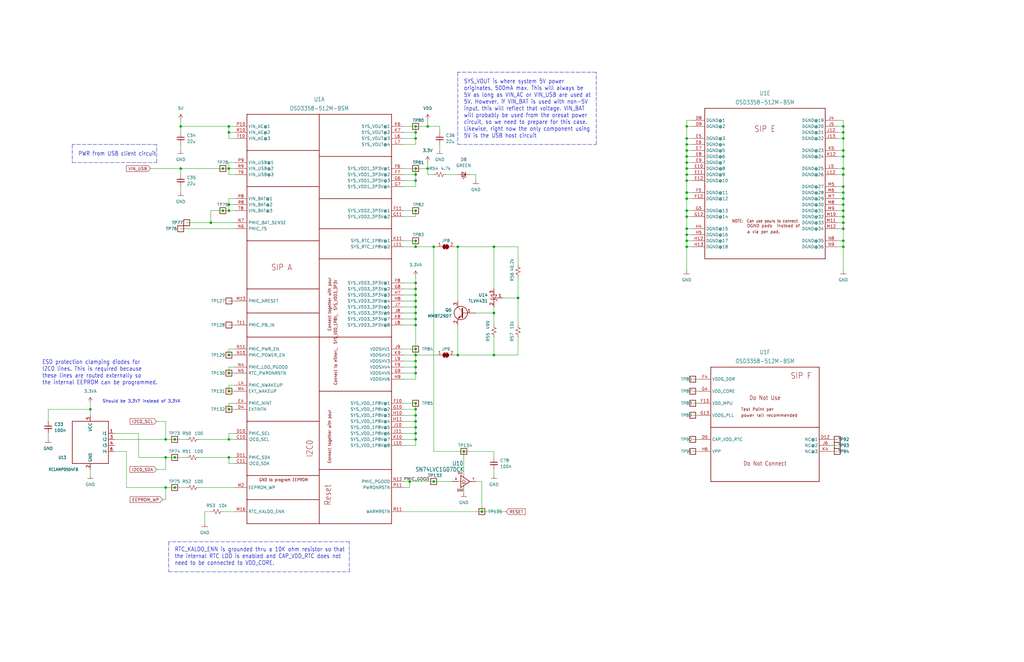
<source format=kicad_sch>
(kicad_sch (version 20211123) (generator eeschema)
  (paper "B")
  (lib_symbols
    (symbol "Device:C_Small" (pin_numbers hide) (pin_names (offset 0.254) hide)
      (property "Reference" "C" (at 0.254 1.778 0))
      (property "Value" "C_Small" (at 0.254 -2.032 0))
      (symbol "C_Small_1_1"
        (pin passive line (at 0 2.54 270) (length 2.032) (name "~") (number "1"))
        (pin passive line (at 0 -2.54 90) (length 2.032) (name "~") (number "2"))
      )
    )
    (symbol "Device:LED_Small" (pin_numbers hide) (pin_names (offset 0.254) hide)
      (property "Reference" "D" (at -1.27 3.175 0))
      (property "Value" "LED_Small" (at -4.445 -2.54 0))
      (symbol "LED_Small_1_1"
        (pin passive line (at -2.54 0 0) (length 1.778) (name "K") (number "1"))
        (pin passive line (at 2.54 0 180) (length 1.778) (name "A") (number "2"))
      )
    )
    (symbol "Device:Q_PNP_BEC" (pin_names (offset 0) hide)
      (property "Reference" "Q" (at 5.08 1.27 0))
      (property "Value" "Q_PNP_BEC" (at 5.08 -1.27 0))
      (symbol "Q_PNP_BEC_1_1"
        (pin input line (at -5.08 0 0) (length 5.715) (name "B") (number "1"))
        (pin passive line (at 2.54 -5.08 90) (length 2.54) (name "E") (number "2"))
        (pin passive line (at 2.54 5.08 270) (length 2.54) (name "C") (number "3"))
      )
    )
    (symbol "Device:R_Small_US" (pin_numbers hide) (pin_names (offset 0.254) hide)
      (property "Reference" "R" (at 0.762 0.508 0))
      (property "Value" "R_Small_US" (at 0.762 -1.016 0))
      (symbol "R_Small_US_1_1"
        (pin passive line (at 0 2.54 270) (length 1.016) (name "~") (number "1"))
        (pin passive line (at 0 -2.54 90) (length 1.016) (name "~") (number "2"))
      )
    )
    (symbol "Jumper:SolderJumper_2_Bridged" (pin_names (offset 0) hide)
      (property "Reference" "JP" (at 0 2.032 0))
      (property "Value" "SolderJumper_2_Bridged" (at 0 -2.54 0))
      (symbol "SolderJumper_2_Bridged_1_1"
        (pin passive line (at -3.81 0 0) (length 2.54) (name "A") (number "1"))
        (pin passive line (at 3.81 0 180) (length 2.54) (name "B") (number "2"))
      )
    )
    (symbol "OSD3358-512M-BSM_1"
      (property "Reference" "U7" (at -24.13 -64.77 0))
      (property "Value" "OSD3358-512M-BSM_1" (at -24.13 -69.85 0))
      (symbol "OSD3358-512M-BSM_1_1_0"
        (text "Connect to either:_  SYS_VDD_1P8V_  SYS_VDD3_3P3V" (at 7.62 -30.48 900) (effects (font (size 1.27 1.0795)) (justify left bottom)))
        (text "Connect together with pour" (at 5.08 -63.5 900) (effects (font (size 1.27 1.0795)) (justify left bottom)))
        (text "Connect together with pour" (at 5.08 -7.62 900) (effects (font (size 1.27 1.0795)) (justify left bottom)))
        (text "GND to program EEPROM" (at -25.4 -71.12 0) (effects (font (size 1.27 1.0795)) (justify left bottom)))
        (text "I2C0" (at -2.54 -60.96 900) (effects (font (size 2.54 2.159)) (justify left bottom)))
        (text "Reset" (at 5.08 -81.28 900) (effects (font (size 2.54 2.159)) (justify left bottom)))
        (text "SIP A" (at -20.32 17.78 0) (effects (font (size 2.54 2.159)) (justify left bottom)))
        (pin bidirectional line (at -35.56 -53.34 0) (length 5.08) (name "I2C0_SCL") (number "C10"))
        (pin bidirectional line (at -35.56 -63.5 0) (length 5.08) (name "I2C0_SDA") (number "C11"))
        (pin bidirectional line (at -35.56 -50.8 0) (length 5.08) (name "PMIC_SCL") (number "D10"))
        (pin bidirectional line (at -35.56 -60.96 0) (length 5.08) (name "PMIC_SDA") (number "D11"))
        (pin bidirectional line (at -35.56 -40.64 0) (length 5.08) (name "EXTINTN") (number "D4"))
        (pin output line (at -35.56 -38.1 0) (length 5.08) (name "PMIC_NINT") (number "E4"))
        (pin power_in line (at 35.56 -38.1 180) (length 5.08) (name "SYS_VDD_1P8V@1") (number "F10"))
        (pin power_in line (at 35.56 43.18 180) (length 5.08) (name "SYS_VDD2_3P3V@1") (number "F11"))
        (pin power_in line (at 35.56 60.96 180) (length 5.08) (name "SYS_VDD1_3P3V@1") (number "F6"))
        (pin power_in line (at 35.56 58.42 180) (length 5.08) (name "SYS_VDD1_3P3V@2") (number "F7"))
        (pin power_in line (at 35.56 12.7 180) (length 5.08) (name "SYS_VDD3_3P3V@1") (number "F8"))
        (pin power_in line (at 35.56 -22.86 180) (length 5.08) (name "VDDSHV4") (number "F9"))
        (pin power_in line (at 35.56 -40.64 180) (length 5.08) (name "SYS_VDD_1P8V@2") (number "G10"))
        (pin power_in line (at 35.56 40.64 180) (length 5.08) (name "SYS_VDD2_3P3V@2") (number "G11"))
        (pin power_in line (at 35.56 55.88 180) (length 5.08) (name "SYS_VDD1_3P3V@3") (number "G6"))
        (pin power_in line (at 35.56 53.34 180) (length 5.08) (name "SYS_VDD1_3P3V@4") (number "G7"))
        (pin power_in line (at 35.56 10.16 180) (length 5.08) (name "SYS_VDD3_3P3V@2") (number "G8"))
        (pin power_in line (at 35.56 -25.4 180) (length 5.08) (name "VDDSHV5") (number "G9"))
        (pin power_in line (at 35.56 -43.18 180) (length 5.08) (name "SYS_VDD_1P8V@3") (number "H10"))
        (pin power_in line (at 35.56 -45.72 180) (length 5.08) (name "SYS_VDD_1P8V@4") (number "H11"))
        (pin power_in line (at 35.56 7.62 180) (length 5.08) (name "SYS_VDD3_3P3V@3") (number "H7"))
        (pin power_in line (at 35.56 5.08 180) (length 5.08) (name "SYS_VDD3_3P3V@4") (number "H8"))
        (pin power_in line (at 35.56 -27.94 180) (length 5.08) (name "VDDSHV6") (number "H9"))
        (pin power_in line (at 35.56 -48.26 180) (length 5.08) (name "SYS_VDD_1P8V@5") (number "J10"))
        (pin power_in line (at 35.56 -50.8 180) (length 5.08) (name "SYS_VDD_1P8V@6") (number "J11"))
        (pin power_in line (at 35.56 2.54 180) (length 5.08) (name "SYS_VDD3_3P3V@5") (number "J7"))
        (pin power_in line (at 35.56 0 180) (length 5.08) (name "SYS_VDD3_3P3V@6") (number "J8"))
        (pin power_in line (at 35.56 -15.24 180) (length 5.08) (name "VDDSHV1") (number "J9"))
        (pin power_in line (at 35.56 -53.34 180) (length 5.08) (name "SYS_VDD_1P8V@7") (number "K10"))
        (pin power_in line (at 35.56 30.48 180) (length 5.08) (name "SYS_RTC_1P8V@1") (number "K11"))
        (pin power_in line (at 35.56 78.74 180) (length 5.08) (name "SYS_VOUT@1") (number "K6"))
        (pin power_in line (at 35.56 76.2 180) (length 5.08) (name "SYS_VOUT@2") (number "K7"))
        (pin power_in line (at 35.56 -2.54 180) (length 5.08) (name "SYS_VDD3_3P3V@7") (number "K8"))
        (pin power_in line (at 35.56 -17.78 180) (length 5.08) (name "VDDSHV2") (number "K9"))
        (pin power_in line (at 35.56 -55.88 180) (length 5.08) (name "SYS_VDD_1P8V@8") (number "L10"))
        (pin power_in line (at 35.56 27.94 180) (length 5.08) (name "SYS_RTC_1P8V@2") (number "L11"))
        (pin output line (at -35.56 -30.48 0) (length 5.08) (name "PMIC_NWAKEUP") (number "L4"))
        (pin power_in line (at 35.56 73.66 180) (length 5.08) (name "SYS_VOUT@3") (number "L6"))
        (pin power_in line (at 35.56 71.12 180) (length 5.08) (name "SYS_VOUT@4") (number "L7"))
        (pin power_in line (at 35.56 -5.08 180) (length 5.08) (name "SYS_VDD3_3P3V@8") (number "L8"))
        (pin power_in line (at 35.56 -20.32 180) (length 5.08) (name "VDDSHV3") (number "L9"))
        (pin bidirectional line (at -35.56 5.08 0) (length 5.08) (name "PMIC_NRESET") (number "M13"))
        (pin bidirectional line (at -35.56 -83.82 0) (length 5.08) (name "RTC_KALDO_ENN") (number "M16"))
        (pin bidirectional line (at -35.56 -73.66 0) (length 5.08) (name "EEPROM_WP") (number "M2"))
        (pin bidirectional line (at -35.56 -33.02 0) (length 5.08) (name "EXT_WAKEUP") (number "M4"))
        (pin output line (at -35.56 -17.78 0) (length 5.08) (name "PMIC_POWER_EN") (number "N10"))
        (pin input line (at -35.56 -15.24 0) (length 5.08) (name "PMIC_PWR_EN") (number "N11"))
        (pin output line (at 35.56 -71.12 180) (length 5.08) (name "PMIC_PGOOD") (number "N12"))
        (pin output line (at -35.56 -22.86 0) (length 5.08) (name "PMIC_LDO_PGOOD") (number "N4"))
        (pin bidirectional line (at -35.56 -25.4 0) (length 5.08) (name "RTC_PWRONRSTN") (number "N5"))
        (pin bidirectional line (at -35.56 35.56 0) (length 5.08) (name "PMIC_TS") (number "N6"))
        (pin bidirectional line (at -35.56 38.1 0) (length 5.08) (name "PMIC_BAT_SENSE") (number "N7"))
        (pin power_in line (at -35.56 78.74 0) (length 5.08) (name "VIN_AC@1") (number "P10"))
        (pin bidirectional line (at 35.56 -73.66 180) (length 5.08) (name "PWRONRSTN") (number "P11"))
        (pin power_in line (at -35.56 48.26 0) (length 5.08) (name "VIN_BAT@1") (number "P8"))
        (pin power_in line (at -35.56 63.5 0) (length 5.08) (name "VIN_USB@1") (number "P9"))
        (pin power_in line (at -35.56 76.2 0) (length 5.08) (name "VIN_AC@2") (number "R10"))
        (pin bidirectional line (at 35.56 -83.82 180) (length 5.08) (name "WARMRSTN") (number "R11"))
        (pin power_in line (at -35.56 45.72 0) (length 5.08) (name "VIN_BAT@2") (number "R8"))
        (pin power_in line (at -35.56 60.96 0) (length 5.08) (name "VIN_USB@2") (number "R9"))
        (pin power_in line (at -35.56 73.66 0) (length 5.08) (name "VIN_AC@3") (number "T10"))
        (pin bidirectional line (at -35.56 -5.08 0) (length 5.08) (name "PMIC_PB_IN") (number "T11"))
        (pin power_in line (at -35.56 43.18 0) (length 5.08) (name "VIN_BAT@3") (number "T8"))
        (pin power_in line (at -35.56 58.42 0) (length 5.08) (name "VIN_USB@3") (number "T9"))
      )
      (symbol "OSD3358-512M-BSM_1_2_0"
        (text "Analog" (at 2.54 22.86 0) (effects (font (size 2.54 2.159)) (justify left bottom)))
        (text "Analog Inputs" (at 5.08 -30.48 900) (effects (font (size 2.54 2.159)) (justify left bottom)))
        (text "JTAG" (at -2.54 -25.4 900) (effects (font (size 2.54 2.159)) (justify left bottom)))
        (text "Pwr and Gnd" (at 12.7 20.32 0) (effects (font (size 2.159 2.159))))
        (text "RTC" (at -2.54 0 900) (effects (font (size 2.54 2.159)) (justify left bottom)))
        (text "SIP B" (at -5.08 53.34 0) (effects (font (size 2.54 2.159)) (justify left bottom)))
        (text "USB0" (at -2.54 -53.34 900) (effects (font (size 2.54 2.159)) (justify left bottom)))
        (text "USB1" (at 5.08 -53.34 900) (effects (font (size 2.54 2.159)) (justify left bottom)))
        (text "XTAL" (at -2.54 30.48 900) (effects (font (size 2.54 2.159)) (justify left bottom)))
        (pin bidirectional line (at -30.48 -2.54 0) (length 5.08) (name "OSC1_OUT") (number "A5"))
        (pin bidirectional line (at -30.48 12.7 0) (length 5.08) (name "OSC1_IN") (number "A6"))
        (pin bidirectional line (at 30.48 45.72 180) (length 5.08) (name "SYS_ADC_1P8V") (number "A7"))
        (pin bidirectional line (at 30.48 -5.08 180) (length 5.08) (name "AIN0") (number "A8"))
        (pin bidirectional line (at 30.48 15.24 180) (length 5.08) (name "AGND_ADC") (number "A9"))
        (pin bidirectional line (at -30.48 -7.62 0) (length 5.08) (name "OSC1_GND") (number "B5"))
        (pin bidirectional line (at 30.48 -10.16 180) (length 5.08) (name "AIN2") (number "B6"))
        (pin bidirectional line (at 30.48 35.56 180) (length 5.08) (name "VREFP") (number "B7"))
        (pin bidirectional line (at 30.48 -7.62 180) (length 5.08) (name "AIN1") (number "B8"))
        (pin bidirectional line (at 30.48 5.08 180) (length 5.08) (name "VREFN") (number "B9"))
        (pin bidirectional line (at -30.48 -17.78 0) (length 5.08) (name "TDI") (number "C1"))
        (pin bidirectional line (at -30.48 -20.32 0) (length 5.08) (name "TDO") (number "C2"))
        (pin bidirectional line (at 30.48 -12.7 180) (length 5.08) (name "AIN3") (number "C6"))
        (pin bidirectional line (at 30.48 -15.24 180) (length 5.08) (name "AIN4") (number "C7"))
        (pin bidirectional line (at 30.48 -17.78 180) (length 5.08) (name "AIN5") (number "C8"))
        (pin bidirectional line (at 30.48 -20.32 180) (length 5.08) (name "AIN6") (number "C9"))
        (pin bidirectional line (at -30.48 -22.86 0) (length 5.08) (name "TCK") (number "D1"))
        (pin bidirectional line (at -30.48 -25.4 0) (length 5.08) (name "TMS") (number "D2"))
        (pin bidirectional line (at -30.48 -27.94 0) (length 5.08) (name "TRSTN") (number "D3"))
        (pin bidirectional line (at 30.48 -27.94 180) (length 5.08) (name "PMIC_MUX_OUT") (number "D6"))
        (pin bidirectional line (at 30.48 -22.86 180) (length 5.08) (name "AIN7") (number "D7"))
        (pin bidirectional line (at -30.48 -30.48 0) (length 5.08) (name "EMU0") (number "E2"))
        (pin bidirectional line (at -30.48 -33.02 0) (length 5.08) (name "EMU1") (number "E3"))
        (pin bidirectional line (at -30.48 -55.88 0) (length 5.08) (name "USB0_DRVVBUS") (number "J15"))
        (pin bidirectional line (at -30.48 -43.18 0) (length 5.08) (name "USB0_VBUS") (number "J16"))
        (pin bidirectional line (at -30.48 -53.34 0) (length 5.08) (name "USB0_CE") (number "K13"))
        (pin bidirectional line (at -30.48 -50.8 0) (length 5.08) (name "USB0_ID") (number "K14"))
        (pin bidirectional line (at -30.48 -48.26 0) (length 5.08) (name "USB0_DP") (number "K15"))
        (pin bidirectional line (at -30.48 -45.72 0) (length 5.08) (name "USB0_DM") (number "K16"))
        (pin bidirectional line (at 30.48 -53.34 180) (length 5.08) (name "USB1_CE") (number "L13"))
        (pin bidirectional line (at 30.48 -50.8 180) (length 5.08) (name "USB1_ID") (number "L14"))
        (pin bidirectional line (at 30.48 -48.26 180) (length 5.08) (name "USB1_DP") (number "L15"))
        (pin bidirectional line (at 30.48 -45.72 180) (length 5.08) (name "USB1_DM") (number "L16"))
        (pin bidirectional line (at 30.48 -55.88 180) (length 5.08) (name "USB1_DRVVBUS") (number "M14"))
        (pin bidirectional line (at 30.48 -43.18 180) (length 5.08) (name "USB1_VBUS") (number "M15"))
        (pin bidirectional line (at 30.48 -33.02 180) (length 5.08) (name "PMIC_MUX_IN") (number "N13"))
        (pin bidirectional line (at -30.48 22.86 0) (length 5.08) (name "OSC0_GND") (number "N15"))
        (pin bidirectional line (at -30.48 27.94 0) (length 5.08) (name "OSC0_OUT") (number "N16"))
        (pin bidirectional line (at -30.48 43.18 0) (length 5.08) (name "OSC0_IN") (number "P16"))
      )
      (symbol "OSD3358-512M-BSM_1_3_0"
        (text "SIP C" (at -5.08 53.34 0) (effects (font (size 2.54 2.159)) (justify left bottom)))
        (pin bidirectional line (at -30.48 -12.7 0) (length 5.08) (name "MCASP0_ACLKX") (number "A1"))
        (pin bidirectional line (at -30.48 33.02 0) (length 5.08) (name "UART1_RTSN") (number "A10"))
        (pin bidirectional line (at -30.48 38.1 0) (length 5.08) (name "UART1_RXD") (number "A11"))
        (pin bidirectional line (at -30.48 53.34 0) (length 5.08) (name "UART0_RXD") (number "A12"))
        (pin bidirectional line (at -30.48 25.4 0) (length 5.08) (name "SPI0_SCLK") (number "A13"))
        (pin bidirectional line (at -30.48 17.78 0) (length 5.08) (name "SPI0_CS0") (number "A14"))
        (pin bidirectional line (at -30.48 0 0) (length 5.08) (name "MMC0_DAT1") (number "A15"))
        (pin bidirectional line (at -30.48 2.54 0) (length 5.08) (name "MMC0_DAT0") (number "A16"))
        (pin bidirectional line (at -30.48 -15.24 0) (length 5.08) (name "MCASP0_FSX") (number "A2"))
        (pin bidirectional line (at -30.48 -22.86 0) (length 5.08) (name "MCASP0_ACLKR") (number "A3"))
        (pin bidirectional line (at -30.48 -38.1 0) (length 5.08) (name "XDMA_EVENT_INTR0") (number "A4"))
        (pin bidirectional line (at -30.48 -20.32 0) (length 5.08) (name "MCASP0_AHCLKR") (number "B1"))
        (pin bidirectional line (at -30.48 35.56 0) (length 5.08) (name "UART1_CTSN") (number "B10"))
        (pin bidirectional line (at -30.48 40.64 0) (length 5.08) (name "UART1_TXD") (number "B11"))
        (pin bidirectional line (at -30.48 55.88 0) (length 5.08) (name "UART0_TXD") (number "B12"))
        (pin bidirectional line (at -30.48 22.86 0) (length 5.08) (name "SPI0_D0") (number "B13"))
        (pin bidirectional line (at -30.48 20.32 0) (length 5.08) (name "SPI0_D1") (number "B14"))
        (pin bidirectional line (at -30.48 7.62 0) (length 5.08) (name "MMC0_CLK") (number "B15"))
        (pin bidirectional line (at -30.48 5.08 0) (length 5.08) (name "MMC0_CMD") (number "B16"))
        (pin bidirectional line (at -30.48 -17.78 0) (length 5.08) (name "MCASP0_AXR0") (number "B2"))
        (pin bidirectional line (at -30.48 -25.4 0) (length 5.08) (name "MCASP0_FSR") (number "B3"))
        (pin bidirectional line (at -30.48 -40.64 0) (length 5.08) (name "XDMA_EVENT_INTR1") (number "B4"))
        (pin bidirectional line (at -30.48 50.8 0) (length 5.08) (name "UART0_CTSN") (number "C12"))
        (pin bidirectional line (at -30.48 48.26 0) (length 5.08) (name "UART0_RTSN") (number "C13"))
        (pin bidirectional line (at -30.48 15.24 0) (length 5.08) (name "SPI0_CS1") (number "C14"))
        (pin bidirectional line (at -30.48 -5.08 0) (length 5.08) (name "MMC0_DAT3") (number "C15"))
        (pin bidirectional line (at -30.48 -2.54 0) (length 5.08) (name "MMC0_DAT2") (number "C16"))
        (pin bidirectional line (at -30.48 -27.94 0) (length 5.08) (name "MCASP0_AXR1") (number "C3"))
        (pin bidirectional line (at -30.48 -30.48 0) (length 5.08) (name "MCASP0_AHCLKX") (number "C4"))
        (pin bidirectional line (at -30.48 -43.18 0) (length 5.08) (name "ECAP0_IN_PWM0_OUT") (number "C5"))
        (pin bidirectional line (at 30.48 -50.8 180) (length 5.08) (name "GPMC_ADVN_ALE") (number "M1"))
        (pin bidirectional line (at 30.48 -58.42 180) (length 5.08) (name "GPMC_OEN_REN") (number "N1"))
        (pin bidirectional line (at 30.48 17.78 180) (length 5.08) (name "GPMC_BEN1") (number "N14"))
        (pin bidirectional line (at 30.48 -55.88 180) (length 5.08) (name "GPMC_WEN") (number "N2"))
        (pin bidirectional line (at 30.48 -53.34 180) (length 5.08) (name "GPMC_BEN0_CLE") (number "N3"))
        (pin bidirectional line (at 30.48 2.54 180) (length 5.08) (name "GPMC_CSN2") (number "P1"))
        (pin bidirectional line (at 30.48 45.72 180) (length 5.08) (name "GPMC_A2") (number "P12"))
        (pin bidirectional line (at 30.48 38.1 180) (length 5.08) (name "GPMC_A5") (number "P13"))
        (pin bidirectional line (at 30.48 30.48 180) (length 5.08) (name "GPMC_A8") (number "P14"))
        (pin bidirectional line (at 30.48 15.24 180) (length 5.08) (name "GPMC_WAIT0") (number "P15"))
        (pin bidirectional line (at 30.48 5.08 180) (length 5.08) (name "GPMC_CSN1") (number "P2"))
        (pin bidirectional line (at 30.48 7.62 180) (length 5.08) (name "GPMC_CSN0") (number "P3"))
        (pin bidirectional line (at 30.48 -20.32 180) (length 5.08) (name "GPMC_AD6") (number "P4"))
        (pin bidirectional line (at 30.48 -30.48 180) (length 5.08) (name "GPMC_AD9") (number "P5"))
        (pin bidirectional line (at 30.48 -38.1 180) (length 5.08) (name "GPMC_AD12") (number "P6"))
        (pin bidirectional line (at 30.48 -45.72 180) (length 5.08) (name "GPMC_AD15") (number "P7"))
        (pin bidirectional line (at 30.48 -10.16 180) (length 5.08) (name "GPMC_AD2") (number "R1"))
        (pin bidirectional line (at 30.48 48.26 180) (length 5.08) (name "GPMC_A1") (number "R12"))
        (pin bidirectional line (at 30.48 40.64 180) (length 5.08) (name "GPMC_A4") (number "R13"))
        (pin bidirectional line (at 30.48 33.02 180) (length 5.08) (name "GPMC_A7") (number "R14"))
        (pin bidirectional line (at 30.48 25.4 180) (length 5.08) (name "GPMC_A10") (number "R15"))
        (pin bidirectional line (at 30.48 12.7 180) (length 5.08) (name "GPMC_WPN") (number "R16"))
        (pin bidirectional line (at 30.48 -7.62 180) (length 5.08) (name "GPMC_AD1") (number "R2"))
        (pin bidirectional line (at 30.48 -5.08 180) (length 5.08) (name "GPMC_AD0") (number "R3"))
        (pin bidirectional line (at 30.48 -22.86 180) (length 5.08) (name "GPMC_AD7") (number "R4"))
        (pin bidirectional line (at 30.48 -33.02 180) (length 5.08) (name "GPMC_AD10") (number "R5"))
        (pin bidirectional line (at 30.48 -40.64 180) (length 5.08) (name "GPMC_AD13") (number "R6"))
        (pin bidirectional line (at 30.48 0 180) (length 5.08) (name "GPMC_CSN3") (number "R7"))
        (pin bidirectional line (at 30.48 -17.78 180) (length 5.08) (name "GPMC_AD5") (number "T1"))
        (pin bidirectional line (at 30.48 50.8 180) (length 5.08) (name "GPMC_A0") (number "T12"))
        (pin bidirectional line (at 30.48 43.18 180) (length 5.08) (name "GPMC_A3") (number "T13"))
        (pin bidirectional line (at 30.48 35.56 180) (length 5.08) (name "GPMC_A6") (number "T14"))
        (pin bidirectional line (at 30.48 27.94 180) (length 5.08) (name "GPMC_A9") (number "T15"))
        (pin bidirectional line (at 30.48 22.86 180) (length 5.08) (name "GPMC_A11") (number "T16"))
        (pin bidirectional line (at 30.48 -15.24 180) (length 5.08) (name "GPMC_AD4") (number "T2"))
        (pin bidirectional line (at 30.48 -12.7 180) (length 5.08) (name "GPMC_AD3") (number "T3"))
        (pin bidirectional line (at 30.48 -27.94 180) (length 5.08) (name "GPMC_AD8") (number "T4"))
        (pin bidirectional line (at 30.48 -35.56 180) (length 5.08) (name "GPMC_AD11") (number "T5"))
        (pin bidirectional line (at 30.48 -43.18 180) (length 5.08) (name "GPMC_AD14") (number "T6"))
        (pin bidirectional line (at 30.48 55.88 180) (length 5.08) (name "GPMC_CLK") (number "T7"))
      )
      (symbol "OSD3358-512M-BSM_1_4_0"
        (text "SIP D" (at -20.32 -30.48 0) (effects (font (size 2.54 2.159)) (justify left bottom)))
        (pin bidirectional line (at -30.48 -17.78 0) (length 5.08) (name "MDC") (number "D13"))
        (pin bidirectional line (at -30.48 -5.08 0) (length 5.08) (name "MII1_RXD3") (number "D14"))
        (pin bidirectional line (at -30.48 -2.54 0) (length 5.08) (name "MII1_RXD2") (number "D15"))
        (pin bidirectional line (at -30.48 0 0) (length 5.08) (name "MII1_RXD1") (number "D16"))
        (pin bidirectional line (at 30.48 -22.86 180) (length 5.08) (name "LCD_AC_BIAS_EN") (number "E1"))
        (pin bidirectional line (at -30.48 -20.32 0) (length 5.08) (name "MDIO") (number "E13"))
        (pin bidirectional line (at -30.48 2.54 0) (length 5.08) (name "MII1_RXD0") (number "E14"))
        (pin bidirectional line (at -30.48 -7.62 0) (length 5.08) (name "MII1_RX_ER") (number "E15"))
        (pin bidirectional line (at -30.48 5.08 0) (length 5.08) (name "MII1_RX_CLK") (number "E16"))
        (pin bidirectional line (at 30.48 -15.24 180) (length 5.08) (name "LCD_PCLK") (number "F1"))
        (pin bidirectional line (at -30.48 12.7 0) (length 5.08) (name "MII1_CRS") (number "F14"))
        (pin bidirectional line (at -30.48 10.16 0) (length 5.08) (name "MII1_COL") (number "F15"))
        (pin bidirectional line (at -30.48 -10.16 0) (length 5.08) (name "MII1_RX_DV") (number "F16"))
        (pin bidirectional line (at 30.48 -20.32 180) (length 5.08) (name "LCD_HSYNC") (number "F2"))
        (pin bidirectional line (at 30.48 -17.78 180) (length 5.08) (name "LCD_VSYNC") (number "F3"))
        (pin bidirectional line (at 30.48 22.86 180) (length 5.08) (name "LCD_DATA2") (number "G1"))
        (pin bidirectional line (at -30.48 15.24 0) (length 5.08) (name "MII1_TX_EN") (number "G14"))
        (pin bidirectional line (at -30.48 17.78 0) (length 5.08) (name "MII1_TXD3") (number "G15"))
        (pin bidirectional line (at -30.48 20.32 0) (length 5.08) (name "MII1_TXD2") (number "G16"))
        (pin bidirectional line (at 30.48 25.4 180) (length 5.08) (name "LCD_DATA1") (number "G2"))
        (pin bidirectional line (at 30.48 27.94 180) (length 5.08) (name "LCD_DATA0") (number "G3"))
        (pin bidirectional line (at 30.48 15.24 180) (length 5.08) (name "LCD_DATA5") (number "H1"))
        (pin bidirectional line (at -30.48 22.86 0) (length 5.08) (name "MII1_TXD1") (number "H14"))
        (pin bidirectional line (at -30.48 25.4 0) (length 5.08) (name "MII1_TXD0") (number "H15"))
        (pin bidirectional line (at -30.48 27.94 0) (length 5.08) (name "MII1_TX_CLK") (number "H16"))
        (pin bidirectional line (at 30.48 17.78 180) (length 5.08) (name "LCD_DATA4") (number "H2"))
        (pin bidirectional line (at 30.48 20.32 180) (length 5.08) (name "LCD_DATA3") (number "H3"))
        (pin bidirectional line (at 30.48 7.62 180) (length 5.08) (name "LCD_DATA8") (number "J1"))
        (pin bidirectional line (at -30.48 -15.24 0) (length 5.08) (name "RMII1_REF_CLK") (number "J14"))
        (pin bidirectional line (at 30.48 10.16 180) (length 5.08) (name "LCD_DATA7") (number "J2"))
        (pin bidirectional line (at 30.48 12.7 180) (length 5.08) (name "LCD_DATA6") (number "J3"))
        (pin bidirectional line (at 30.48 0 180) (length 5.08) (name "LCD_DATA11") (number "K1"))
        (pin bidirectional line (at 30.48 2.54 180) (length 5.08) (name "LCD_DATA10") (number "K2"))
        (pin bidirectional line (at 30.48 5.08 180) (length 5.08) (name "LCD_DATA9") (number "K3"))
        (pin bidirectional line (at 30.48 -7.62 180) (length 5.08) (name "LCD_DATA14") (number "L1"))
        (pin bidirectional line (at 30.48 -5.08 180) (length 5.08) (name "LCD_DATA13") (number "L2"))
        (pin bidirectional line (at 30.48 -2.54 180) (length 5.08) (name "LCD_DATA12") (number "L3"))
        (pin bidirectional line (at 30.48 -10.16 180) (length 5.08) (name "LCD_DATA15") (number "M3"))
      )
      (symbol "OSD3358-512M-BSM_1_5_0"
        (text "a via per pad." (at -7.62 -21.59 0) (effects (font (size 1.27 1.27)) (justify left)))
        (text "DGND pads  instead of " (at -7.62 -19.05 0) (effects (font (size 1.27 1.27)) (justify left)))
        (text "NOTE:  Can use pours to connect" (at -13.97 -17.78 0) (effects (font (size 1.27 1.0795)) (justify left bottom)))
        (text "SIP E" (at 0 20.32 0) (effects (font (size 2.54 2.159)) (justify bottom)))
        (pin bidirectional line (at -30.48 25.4 0) (length 5.08) (name "DGND@1") (number "D8"))
        (pin bidirectional line (at -30.48 22.86 0) (length 5.08) (name "DGND@2") (number "D9"))
        (pin bidirectional line (at -30.48 5.08 0) (length 5.08) (name "DGND@8") (number "E10"))
        (pin bidirectional line (at -30.48 2.54 0) (length 5.08) (name "DGND@9") (number "E11"))
        (pin bidirectional line (at -30.48 0 0) (length 5.08) (name "DGND@10") (number "E12"))
        (pin bidirectional line (at -30.48 17.78 0) (length 5.08) (name "DGND@3") (number "E5"))
        (pin bidirectional line (at -30.48 15.24 0) (length 5.08) (name "DGND@4") (number "E6"))
        (pin bidirectional line (at -30.48 12.7 0) (length 5.08) (name "DGND@5") (number "E7"))
        (pin bidirectional line (at -30.48 10.16 0) (length 5.08) (name "DGND@6") (number "E8"))
        (pin bidirectional line (at -30.48 7.62 0) (length 5.08) (name "DGND@7") (number "E9"))
        (pin bidirectional line (at -30.48 -7.62 0) (length 5.08) (name "DGND@12") (number "F12"))
        (pin bidirectional line (at -30.48 -5.08 0) (length 5.08) (name "DGND@11") (number "F5"))
        (pin bidirectional line (at -30.48 -15.24 0) (length 5.08) (name "DGND@14") (number "G12"))
        (pin bidirectional line (at -30.48 -12.7 0) (length 5.08) (name "DGND@13") (number "G5"))
        (pin bidirectional line (at -30.48 -25.4 0) (length 5.08) (name "DGND@17") (number "H12"))
        (pin bidirectional line (at -30.48 -27.94 0) (length 5.08) (name "DGND@18") (number "H13"))
        (pin bidirectional line (at -30.48 -20.32 0) (length 5.08) (name "DGND@15") (number "H4"))
        (pin bidirectional line (at -30.48 -22.86 0) (length 5.08) (name "DGND@16") (number "H5"))
        (pin bidirectional line (at 30.48 20.32 180) (length 5.08) (name "DGND@21") (number "J12"))
        (pin bidirectional line (at 30.48 17.78 180) (length 5.08) (name "DGND@22") (number "J13"))
        (pin bidirectional line (at 30.48 25.4 180) (length 5.08) (name "DGND@19") (number "J4"))
        (pin bidirectional line (at 30.48 22.86 180) (length 5.08) (name "DGND@20") (number "J5"))
        (pin bidirectional line (at 30.48 10.16 180) (length 5.08) (name "DGND@24") (number "K12"))
        (pin bidirectional line (at 30.48 12.7 180) (length 5.08) (name "DGND@23") (number "K5"))
        (pin bidirectional line (at 30.48 2.54 180) (length 5.08) (name "DGND@26") (number "L12"))
        (pin bidirectional line (at 30.48 5.08 180) (length 5.08) (name "DGND@25") (number "L5"))
        (pin bidirectional line (at 30.48 -15.24 180) (length 5.08) (name "DGND@32") (number "M10"))
        (pin bidirectional line (at 30.48 -17.78 180) (length 5.08) (name "DGND@33") (number "M11"))
        (pin bidirectional line (at 30.48 -20.32 180) (length 5.08) (name "DGND@34") (number "M12"))
        (pin bidirectional line (at 30.48 -2.54 180) (length 5.08) (name "DGND@27") (number "M5"))
        (pin bidirectional line (at 30.48 -5.08 180) (length 5.08) (name "DGND@28") (number "M6"))
        (pin bidirectional line (at 30.48 -7.62 180) (length 5.08) (name "DGND@29") (number "M7"))
        (pin bidirectional line (at 30.48 -10.16 180) (length 5.08) (name "DGND@30") (number "M8"))
        (pin bidirectional line (at 30.48 -12.7 180) (length 5.08) (name "DGND@31") (number "M9"))
        (pin bidirectional line (at 30.48 -25.4 180) (length 5.08) (name "DGND@35") (number "N8"))
        (pin bidirectional line (at 30.48 -27.94 180) (length 5.08) (name "DGND@36") (number "N9"))
      )
      (symbol "OSD3358-512M-BSM_1_6_0"
        (text "Do Not Connect" (at 0 -15.24 0) (effects (font (size 1.778 1.5113))))
        (text "Do Not Use" (at 0 11.43 0) (effects (font (size 1.778 1.5113)) (justify bottom)))
        (text "power rail recommended" (at -10.16 5.08 0) (effects (font (size 1.27 1.27)) (justify left)))
        (text "SIP F" (at 15.24 20.32 0) (effects (font (size 2.54 2.159)) (justify bottom)))
        (text "Test Point per " (at -10.16 7.62 0) (effects (font (size 1.27 1.27)) (justify left)))
        (pin bidirectional line (at 27.94 -5.08 180) (length 5.08) (name "NC@1") (number "D12"))
        (pin bidirectional line (at -27.94 -5.08 0) (length 5.08) (name "CAP_VDD_RTC") (number "D5"))
        (pin bidirectional line (at -27.94 10.16 0) (length 5.08) (name "VDD_MPU") (number "F13"))
        (pin bidirectional line (at -27.94 20.32 0) (length 5.08) (name "VDDS_DDR") (number "F4"))
        (pin bidirectional line (at -27.94 5.08 0) (length 5.08) (name "VDDS_PLL") (number "G13"))
        (pin bidirectional line (at -27.94 15.24 0) (length 5.08) (name "VDD_CORE") (number "G4"))
        (pin bidirectional line (at -27.94 -10.16 0) (length 5.08) (name "VPP") (number "H6"))
        (pin bidirectional line (at 27.94 -7.62 180) (length 5.08) (name "NC@2") (number "J6"))
        (pin bidirectional line (at 27.94 -10.16 180) (length 5.08) (name "NC@3") (number "K4"))
      )
    )
    (symbol "OSD3358-512M-BSM_2"
      (property "Reference" "U7" (at -24.13 -64.77 0))
      (property "Value" "OSD3358-512M-BSM_2" (at -24.13 -69.85 0))
      (symbol "OSD3358-512M-BSM_2_1_0"
        (text "Connect to either:_  SYS_VDD_1P8V_  SYS_VDD3_3P3V" (at 7.62 -30.48 900) (effects (font (size 1.27 1.0795)) (justify left bottom)))
        (text "Connect together with pour" (at 5.08 -63.5 900) (effects (font (size 1.27 1.0795)) (justify left bottom)))
        (text "Connect together with pour" (at 5.08 -7.62 900) (effects (font (size 1.27 1.0795)) (justify left bottom)))
        (text "GND to program EEPROM" (at -25.4 -71.12 0) (effects (font (size 1.27 1.0795)) (justify left bottom)))
        (text "I2C0" (at -2.54 -60.96 900) (effects (font (size 2.54 2.159)) (justify left bottom)))
        (text "Reset" (at 5.08 -81.28 900) (effects (font (size 2.54 2.159)) (justify left bottom)))
        (text "SIP A" (at -20.32 17.78 0) (effects (font (size 2.54 2.159)) (justify left bottom)))
        (pin bidirectional line (at -35.56 -53.34 0) (length 5.08) (name "I2C0_SCL") (number "C10"))
        (pin bidirectional line (at -35.56 -63.5 0) (length 5.08) (name "I2C0_SDA") (number "C11"))
        (pin bidirectional line (at -35.56 -50.8 0) (length 5.08) (name "PMIC_SCL") (number "D10"))
        (pin bidirectional line (at -35.56 -60.96 0) (length 5.08) (name "PMIC_SDA") (number "D11"))
        (pin bidirectional line (at -35.56 -40.64 0) (length 5.08) (name "EXTINTN") (number "D4"))
        (pin output line (at -35.56 -38.1 0) (length 5.08) (name "PMIC_NINT") (number "E4"))
        (pin power_in line (at 35.56 -38.1 180) (length 5.08) (name "SYS_VDD_1P8V@1") (number "F10"))
        (pin power_in line (at 35.56 43.18 180) (length 5.08) (name "SYS_VDD2_3P3V@1") (number "F11"))
        (pin power_in line (at 35.56 60.96 180) (length 5.08) (name "SYS_VDD1_3P3V@1") (number "F6"))
        (pin power_in line (at 35.56 58.42 180) (length 5.08) (name "SYS_VDD1_3P3V@2") (number "F7"))
        (pin power_in line (at 35.56 12.7 180) (length 5.08) (name "SYS_VDD3_3P3V@1") (number "F8"))
        (pin power_in line (at 35.56 -22.86 180) (length 5.08) (name "VDDSHV4") (number "F9"))
        (pin power_in line (at 35.56 -40.64 180) (length 5.08) (name "SYS_VDD_1P8V@2") (number "G10"))
        (pin power_in line (at 35.56 40.64 180) (length 5.08) (name "SYS_VDD2_3P3V@2") (number "G11"))
        (pin power_in line (at 35.56 55.88 180) (length 5.08) (name "SYS_VDD1_3P3V@3") (number "G6"))
        (pin power_in line (at 35.56 53.34 180) (length 5.08) (name "SYS_VDD1_3P3V@4") (number "G7"))
        (pin power_in line (at 35.56 10.16 180) (length 5.08) (name "SYS_VDD3_3P3V@2") (number "G8"))
        (pin power_in line (at 35.56 -25.4 180) (length 5.08) (name "VDDSHV5") (number "G9"))
        (pin power_in line (at 35.56 -43.18 180) (length 5.08) (name "SYS_VDD_1P8V@3") (number "H10"))
        (pin power_in line (at 35.56 -45.72 180) (length 5.08) (name "SYS_VDD_1P8V@4") (number "H11"))
        (pin power_in line (at 35.56 7.62 180) (length 5.08) (name "SYS_VDD3_3P3V@3") (number "H7"))
        (pin power_in line (at 35.56 5.08 180) (length 5.08) (name "SYS_VDD3_3P3V@4") (number "H8"))
        (pin power_in line (at 35.56 -27.94 180) (length 5.08) (name "VDDSHV6") (number "H9"))
        (pin power_in line (at 35.56 -48.26 180) (length 5.08) (name "SYS_VDD_1P8V@5") (number "J10"))
        (pin power_in line (at 35.56 -50.8 180) (length 5.08) (name "SYS_VDD_1P8V@6") (number "J11"))
        (pin power_in line (at 35.56 2.54 180) (length 5.08) (name "SYS_VDD3_3P3V@5") (number "J7"))
        (pin power_in line (at 35.56 0 180) (length 5.08) (name "SYS_VDD3_3P3V@6") (number "J8"))
        (pin power_in line (at 35.56 -15.24 180) (length 5.08) (name "VDDSHV1") (number "J9"))
        (pin power_in line (at 35.56 -53.34 180) (length 5.08) (name "SYS_VDD_1P8V@7") (number "K10"))
        (pin power_in line (at 35.56 30.48 180) (length 5.08) (name "SYS_RTC_1P8V@1") (number "K11"))
        (pin power_in line (at 35.56 78.74 180) (length 5.08) (name "SYS_VOUT@1") (number "K6"))
        (pin power_in line (at 35.56 76.2 180) (length 5.08) (name "SYS_VOUT@2") (number "K7"))
        (pin power_in line (at 35.56 -2.54 180) (length 5.08) (name "SYS_VDD3_3P3V@7") (number "K8"))
        (pin power_in line (at 35.56 -17.78 180) (length 5.08) (name "VDDSHV2") (number "K9"))
        (pin power_in line (at 35.56 -55.88 180) (length 5.08) (name "SYS_VDD_1P8V@8") (number "L10"))
        (pin power_in line (at 35.56 27.94 180) (length 5.08) (name "SYS_RTC_1P8V@2") (number "L11"))
        (pin output line (at -35.56 -30.48 0) (length 5.08) (name "PMIC_NWAKEUP") (number "L4"))
        (pin power_in line (at 35.56 73.66 180) (length 5.08) (name "SYS_VOUT@3") (number "L6"))
        (pin power_in line (at 35.56 71.12 180) (length 5.08) (name "SYS_VOUT@4") (number "L7"))
        (pin power_in line (at 35.56 -5.08 180) (length 5.08) (name "SYS_VDD3_3P3V@8") (number "L8"))
        (pin power_in line (at 35.56 -20.32 180) (length 5.08) (name "VDDSHV3") (number "L9"))
        (pin bidirectional line (at -35.56 5.08 0) (length 5.08) (name "PMIC_NRESET") (number "M13"))
        (pin bidirectional line (at -35.56 -83.82 0) (length 5.08) (name "RTC_KALDO_ENN") (number "M16"))
        (pin bidirectional line (at -35.56 -73.66 0) (length 5.08) (name "EEPROM_WP") (number "M2"))
        (pin bidirectional line (at -35.56 -33.02 0) (length 5.08) (name "EXT_WAKEUP") (number "M4"))
        (pin output line (at -35.56 -17.78 0) (length 5.08) (name "PMIC_POWER_EN") (number "N10"))
        (pin input line (at -35.56 -15.24 0) (length 5.08) (name "PMIC_PWR_EN") (number "N11"))
        (pin output line (at 35.56 -71.12 180) (length 5.08) (name "PMIC_PGOOD") (number "N12"))
        (pin output line (at -35.56 -22.86 0) (length 5.08) (name "PMIC_LDO_PGOOD") (number "N4"))
        (pin bidirectional line (at -35.56 -25.4 0) (length 5.08) (name "RTC_PWRONRSTN") (number "N5"))
        (pin bidirectional line (at -35.56 35.56 0) (length 5.08) (name "PMIC_TS") (number "N6"))
        (pin bidirectional line (at -35.56 38.1 0) (length 5.08) (name "PMIC_BAT_SENSE") (number "N7"))
        (pin power_in line (at -35.56 78.74 0) (length 5.08) (name "VIN_AC@1") (number "P10"))
        (pin bidirectional line (at 35.56 -73.66 180) (length 5.08) (name "PWRONRSTN") (number "P11"))
        (pin power_in line (at -35.56 48.26 0) (length 5.08) (name "VIN_BAT@1") (number "P8"))
        (pin power_in line (at -35.56 63.5 0) (length 5.08) (name "VIN_USB@1") (number "P9"))
        (pin power_in line (at -35.56 76.2 0) (length 5.08) (name "VIN_AC@2") (number "R10"))
        (pin bidirectional line (at 35.56 -83.82 180) (length 5.08) (name "WARMRSTN") (number "R11"))
        (pin power_in line (at -35.56 45.72 0) (length 5.08) (name "VIN_BAT@2") (number "R8"))
        (pin power_in line (at -35.56 60.96 0) (length 5.08) (name "VIN_USB@2") (number "R9"))
        (pin power_in line (at -35.56 73.66 0) (length 5.08) (name "VIN_AC@3") (number "T10"))
        (pin bidirectional line (at -35.56 -5.08 0) (length 5.08) (name "PMIC_PB_IN") (number "T11"))
        (pin power_in line (at -35.56 43.18 0) (length 5.08) (name "VIN_BAT@3") (number "T8"))
        (pin power_in line (at -35.56 58.42 0) (length 5.08) (name "VIN_USB@3") (number "T9"))
      )
      (symbol "OSD3358-512M-BSM_2_2_0"
        (text "Analog" (at 2.54 22.86 0) (effects (font (size 2.54 2.159)) (justify left bottom)))
        (text "Analog Inputs" (at 5.08 -30.48 900) (effects (font (size 2.54 2.159)) (justify left bottom)))
        (text "JTAG" (at -2.54 -25.4 900) (effects (font (size 2.54 2.159)) (justify left bottom)))
        (text "Pwr and Gnd" (at 12.7 20.32 0) (effects (font (size 2.159 2.159))))
        (text "RTC" (at -2.54 0 900) (effects (font (size 2.54 2.159)) (justify left bottom)))
        (text "SIP B" (at -5.08 53.34 0) (effects (font (size 2.54 2.159)) (justify left bottom)))
        (text "USB0" (at -2.54 -53.34 900) (effects (font (size 2.54 2.159)) (justify left bottom)))
        (text "USB1" (at 5.08 -53.34 900) (effects (font (size 2.54 2.159)) (justify left bottom)))
        (text "XTAL" (at -2.54 30.48 900) (effects (font (size 2.54 2.159)) (justify left bottom)))
        (pin bidirectional line (at -30.48 -2.54 0) (length 5.08) (name "OSC1_OUT") (number "A5"))
        (pin bidirectional line (at -30.48 12.7 0) (length 5.08) (name "OSC1_IN") (number "A6"))
        (pin bidirectional line (at 30.48 45.72 180) (length 5.08) (name "SYS_ADC_1P8V") (number "A7"))
        (pin bidirectional line (at 30.48 -5.08 180) (length 5.08) (name "AIN0") (number "A8"))
        (pin bidirectional line (at 30.48 15.24 180) (length 5.08) (name "AGND_ADC") (number "A9"))
        (pin bidirectional line (at -30.48 -7.62 0) (length 5.08) (name "OSC1_GND") (number "B5"))
        (pin bidirectional line (at 30.48 -10.16 180) (length 5.08) (name "AIN2") (number "B6"))
        (pin bidirectional line (at 30.48 35.56 180) (length 5.08) (name "VREFP") (number "B7"))
        (pin bidirectional line (at 30.48 -7.62 180) (length 5.08) (name "AIN1") (number "B8"))
        (pin bidirectional line (at 30.48 5.08 180) (length 5.08) (name "VREFN") (number "B9"))
        (pin bidirectional line (at -30.48 -17.78 0) (length 5.08) (name "TDI") (number "C1"))
        (pin bidirectional line (at -30.48 -20.32 0) (length 5.08) (name "TDO") (number "C2"))
        (pin bidirectional line (at 30.48 -12.7 180) (length 5.08) (name "AIN3") (number "C6"))
        (pin bidirectional line (at 30.48 -15.24 180) (length 5.08) (name "AIN4") (number "C7"))
        (pin bidirectional line (at 30.48 -17.78 180) (length 5.08) (name "AIN5") (number "C8"))
        (pin bidirectional line (at 30.48 -20.32 180) (length 5.08) (name "AIN6") (number "C9"))
        (pin bidirectional line (at -30.48 -22.86 0) (length 5.08) (name "TCK") (number "D1"))
        (pin bidirectional line (at -30.48 -25.4 0) (length 5.08) (name "TMS") (number "D2"))
        (pin bidirectional line (at -30.48 -27.94 0) (length 5.08) (name "TRSTN") (number "D3"))
        (pin bidirectional line (at 30.48 -27.94 180) (length 5.08) (name "PMIC_MUX_OUT") (number "D6"))
        (pin bidirectional line (at 30.48 -22.86 180) (length 5.08) (name "AIN7") (number "D7"))
        (pin bidirectional line (at -30.48 -30.48 0) (length 5.08) (name "EMU0") (number "E2"))
        (pin bidirectional line (at -30.48 -33.02 0) (length 5.08) (name "EMU1") (number "E3"))
        (pin bidirectional line (at -30.48 -55.88 0) (length 5.08) (name "USB0_DRVVBUS") (number "J15"))
        (pin bidirectional line (at -30.48 -43.18 0) (length 5.08) (name "USB0_VBUS") (number "J16"))
        (pin bidirectional line (at -30.48 -53.34 0) (length 5.08) (name "USB0_CE") (number "K13"))
        (pin bidirectional line (at -30.48 -50.8 0) (length 5.08) (name "USB0_ID") (number "K14"))
        (pin bidirectional line (at -30.48 -48.26 0) (length 5.08) (name "USB0_DP") (number "K15"))
        (pin bidirectional line (at -30.48 -45.72 0) (length 5.08) (name "USB0_DM") (number "K16"))
        (pin bidirectional line (at 30.48 -53.34 180) (length 5.08) (name "USB1_CE") (number "L13"))
        (pin bidirectional line (at 30.48 -50.8 180) (length 5.08) (name "USB1_ID") (number "L14"))
        (pin bidirectional line (at 30.48 -48.26 180) (length 5.08) (name "USB1_DP") (number "L15"))
        (pin bidirectional line (at 30.48 -45.72 180) (length 5.08) (name "USB1_DM") (number "L16"))
        (pin bidirectional line (at 30.48 -55.88 180) (length 5.08) (name "USB1_DRVVBUS") (number "M14"))
        (pin bidirectional line (at 30.48 -43.18 180) (length 5.08) (name "USB1_VBUS") (number "M15"))
        (pin bidirectional line (at 30.48 -33.02 180) (length 5.08) (name "PMIC_MUX_IN") (number "N13"))
        (pin bidirectional line (at -30.48 22.86 0) (length 5.08) (name "OSC0_GND") (number "N15"))
        (pin bidirectional line (at -30.48 27.94 0) (length 5.08) (name "OSC0_OUT") (number "N16"))
        (pin bidirectional line (at -30.48 43.18 0) (length 5.08) (name "OSC0_IN") (number "P16"))
      )
      (symbol "OSD3358-512M-BSM_2_3_0"
        (text "SIP C" (at -5.08 53.34 0) (effects (font (size 2.54 2.159)) (justify left bottom)))
        (pin bidirectional line (at -30.48 -12.7 0) (length 5.08) (name "MCASP0_ACLKX") (number "A1"))
        (pin bidirectional line (at -30.48 33.02 0) (length 5.08) (name "UART1_RTSN") (number "A10"))
        (pin bidirectional line (at -30.48 38.1 0) (length 5.08) (name "UART1_RXD") (number "A11"))
        (pin bidirectional line (at -30.48 53.34 0) (length 5.08) (name "UART0_RXD") (number "A12"))
        (pin bidirectional line (at -30.48 25.4 0) (length 5.08) (name "SPI0_SCLK") (number "A13"))
        (pin bidirectional line (at -30.48 17.78 0) (length 5.08) (name "SPI0_CS0") (number "A14"))
        (pin bidirectional line (at -30.48 0 0) (length 5.08) (name "MMC0_DAT1") (number "A15"))
        (pin bidirectional line (at -30.48 2.54 0) (length 5.08) (name "MMC0_DAT0") (number "A16"))
        (pin bidirectional line (at -30.48 -15.24 0) (length 5.08) (name "MCASP0_FSX") (number "A2"))
        (pin bidirectional line (at -30.48 -22.86 0) (length 5.08) (name "MCASP0_ACLKR") (number "A3"))
        (pin bidirectional line (at -30.48 -38.1 0) (length 5.08) (name "XDMA_EVENT_INTR0") (number "A4"))
        (pin bidirectional line (at -30.48 -20.32 0) (length 5.08) (name "MCASP0_AHCLKR") (number "B1"))
        (pin bidirectional line (at -30.48 35.56 0) (length 5.08) (name "UART1_CTSN") (number "B10"))
        (pin bidirectional line (at -30.48 40.64 0) (length 5.08) (name "UART1_TXD") (number "B11"))
        (pin bidirectional line (at -30.48 55.88 0) (length 5.08) (name "UART0_TXD") (number "B12"))
        (pin bidirectional line (at -30.48 22.86 0) (length 5.08) (name "SPI0_D0") (number "B13"))
        (pin bidirectional line (at -30.48 20.32 0) (length 5.08) (name "SPI0_D1") (number "B14"))
        (pin bidirectional line (at -30.48 7.62 0) (length 5.08) (name "MMC0_CLK") (number "B15"))
        (pin bidirectional line (at -30.48 5.08 0) (length 5.08) (name "MMC0_CMD") (number "B16"))
        (pin bidirectional line (at -30.48 -17.78 0) (length 5.08) (name "MCASP0_AXR0") (number "B2"))
        (pin bidirectional line (at -30.48 -25.4 0) (length 5.08) (name "MCASP0_FSR") (number "B3"))
        (pin bidirectional line (at -30.48 -40.64 0) (length 5.08) (name "XDMA_EVENT_INTR1") (number "B4"))
        (pin bidirectional line (at -30.48 50.8 0) (length 5.08) (name "UART0_CTSN") (number "C12"))
        (pin bidirectional line (at -30.48 48.26 0) (length 5.08) (name "UART0_RTSN") (number "C13"))
        (pin bidirectional line (at -30.48 15.24 0) (length 5.08) (name "SPI0_CS1") (number "C14"))
        (pin bidirectional line (at -30.48 -5.08 0) (length 5.08) (name "MMC0_DAT3") (number "C15"))
        (pin bidirectional line (at -30.48 -2.54 0) (length 5.08) (name "MMC0_DAT2") (number "C16"))
        (pin bidirectional line (at -30.48 -27.94 0) (length 5.08) (name "MCASP0_AXR1") (number "C3"))
        (pin bidirectional line (at -30.48 -30.48 0) (length 5.08) (name "MCASP0_AHCLKX") (number "C4"))
        (pin bidirectional line (at -30.48 -43.18 0) (length 5.08) (name "ECAP0_IN_PWM0_OUT") (number "C5"))
        (pin bidirectional line (at 30.48 -50.8 180) (length 5.08) (name "GPMC_ADVN_ALE") (number "M1"))
        (pin bidirectional line (at 30.48 -58.42 180) (length 5.08) (name "GPMC_OEN_REN") (number "N1"))
        (pin bidirectional line (at 30.48 17.78 180) (length 5.08) (name "GPMC_BEN1") (number "N14"))
        (pin bidirectional line (at 30.48 -55.88 180) (length 5.08) (name "GPMC_WEN") (number "N2"))
        (pin bidirectional line (at 30.48 -53.34 180) (length 5.08) (name "GPMC_BEN0_CLE") (number "N3"))
        (pin bidirectional line (at 30.48 2.54 180) (length 5.08) (name "GPMC_CSN2") (number "P1"))
        (pin bidirectional line (at 30.48 45.72 180) (length 5.08) (name "GPMC_A2") (number "P12"))
        (pin bidirectional line (at 30.48 38.1 180) (length 5.08) (name "GPMC_A5") (number "P13"))
        (pin bidirectional line (at 30.48 30.48 180) (length 5.08) (name "GPMC_A8") (number "P14"))
        (pin bidirectional line (at 30.48 15.24 180) (length 5.08) (name "GPMC_WAIT0") (number "P15"))
        (pin bidirectional line (at 30.48 5.08 180) (length 5.08) (name "GPMC_CSN1") (number "P2"))
        (pin bidirectional line (at 30.48 7.62 180) (length 5.08) (name "GPMC_CSN0") (number "P3"))
        (pin bidirectional line (at 30.48 -20.32 180) (length 5.08) (name "GPMC_AD6") (number "P4"))
        (pin bidirectional line (at 30.48 -30.48 180) (length 5.08) (name "GPMC_AD9") (number "P5"))
        (pin bidirectional line (at 30.48 -38.1 180) (length 5.08) (name "GPMC_AD12") (number "P6"))
        (pin bidirectional line (at 30.48 -45.72 180) (length 5.08) (name "GPMC_AD15") (number "P7"))
        (pin bidirectional line (at 30.48 -10.16 180) (length 5.08) (name "GPMC_AD2") (number "R1"))
        (pin bidirectional line (at 30.48 48.26 180) (length 5.08) (name "GPMC_A1") (number "R12"))
        (pin bidirectional line (at 30.48 40.64 180) (length 5.08) (name "GPMC_A4") (number "R13"))
        (pin bidirectional line (at 30.48 33.02 180) (length 5.08) (name "GPMC_A7") (number "R14"))
        (pin bidirectional line (at 30.48 25.4 180) (length 5.08) (name "GPMC_A10") (number "R15"))
        (pin bidirectional line (at 30.48 12.7 180) (length 5.08) (name "GPMC_WPN") (number "R16"))
        (pin bidirectional line (at 30.48 -7.62 180) (length 5.08) (name "GPMC_AD1") (number "R2"))
        (pin bidirectional line (at 30.48 -5.08 180) (length 5.08) (name "GPMC_AD0") (number "R3"))
        (pin bidirectional line (at 30.48 -22.86 180) (length 5.08) (name "GPMC_AD7") (number "R4"))
        (pin bidirectional line (at 30.48 -33.02 180) (length 5.08) (name "GPMC_AD10") (number "R5"))
        (pin bidirectional line (at 30.48 -40.64 180) (length 5.08) (name "GPMC_AD13") (number "R6"))
        (pin bidirectional line (at 30.48 0 180) (length 5.08) (name "GPMC_CSN3") (number "R7"))
        (pin bidirectional line (at 30.48 -17.78 180) (length 5.08) (name "GPMC_AD5") (number "T1"))
        (pin bidirectional line (at 30.48 50.8 180) (length 5.08) (name "GPMC_A0") (number "T12"))
        (pin bidirectional line (at 30.48 43.18 180) (length 5.08) (name "GPMC_A3") (number "T13"))
        (pin bidirectional line (at 30.48 35.56 180) (length 5.08) (name "GPMC_A6") (number "T14"))
        (pin bidirectional line (at 30.48 27.94 180) (length 5.08) (name "GPMC_A9") (number "T15"))
        (pin bidirectional line (at 30.48 22.86 180) (length 5.08) (name "GPMC_A11") (number "T16"))
        (pin bidirectional line (at 30.48 -15.24 180) (length 5.08) (name "GPMC_AD4") (number "T2"))
        (pin bidirectional line (at 30.48 -12.7 180) (length 5.08) (name "GPMC_AD3") (number "T3"))
        (pin bidirectional line (at 30.48 -27.94 180) (length 5.08) (name "GPMC_AD8") (number "T4"))
        (pin bidirectional line (at 30.48 -35.56 180) (length 5.08) (name "GPMC_AD11") (number "T5"))
        (pin bidirectional line (at 30.48 -43.18 180) (length 5.08) (name "GPMC_AD14") (number "T6"))
        (pin bidirectional line (at 30.48 55.88 180) (length 5.08) (name "GPMC_CLK") (number "T7"))
      )
      (symbol "OSD3358-512M-BSM_2_4_0"
        (text "SIP D" (at -20.32 -30.48 0) (effects (font (size 2.54 2.159)) (justify left bottom)))
        (pin bidirectional line (at -30.48 -17.78 0) (length 5.08) (name "MDC") (number "D13"))
        (pin bidirectional line (at -30.48 -5.08 0) (length 5.08) (name "MII1_RXD3") (number "D14"))
        (pin bidirectional line (at -30.48 -2.54 0) (length 5.08) (name "MII1_RXD2") (number "D15"))
        (pin bidirectional line (at -30.48 0 0) (length 5.08) (name "MII1_RXD1") (number "D16"))
        (pin bidirectional line (at 30.48 -22.86 180) (length 5.08) (name "LCD_AC_BIAS_EN") (number "E1"))
        (pin bidirectional line (at -30.48 -20.32 0) (length 5.08) (name "MDIO") (number "E13"))
        (pin bidirectional line (at -30.48 2.54 0) (length 5.08) (name "MII1_RXD0") (number "E14"))
        (pin bidirectional line (at -30.48 -7.62 0) (length 5.08) (name "MII1_RX_ER") (number "E15"))
        (pin bidirectional line (at -30.48 5.08 0) (length 5.08) (name "MII1_RX_CLK") (number "E16"))
        (pin bidirectional line (at 30.48 -15.24 180) (length 5.08) (name "LCD_PCLK") (number "F1"))
        (pin bidirectional line (at -30.48 12.7 0) (length 5.08) (name "MII1_CRS") (number "F14"))
        (pin bidirectional line (at -30.48 10.16 0) (length 5.08) (name "MII1_COL") (number "F15"))
        (pin bidirectional line (at -30.48 -10.16 0) (length 5.08) (name "MII1_RX_DV") (number "F16"))
        (pin bidirectional line (at 30.48 -20.32 180) (length 5.08) (name "LCD_HSYNC") (number "F2"))
        (pin bidirectional line (at 30.48 -17.78 180) (length 5.08) (name "LCD_VSYNC") (number "F3"))
        (pin bidirectional line (at 30.48 22.86 180) (length 5.08) (name "LCD_DATA2") (number "G1"))
        (pin bidirectional line (at -30.48 15.24 0) (length 5.08) (name "MII1_TX_EN") (number "G14"))
        (pin bidirectional line (at -30.48 17.78 0) (length 5.08) (name "MII1_TXD3") (number "G15"))
        (pin bidirectional line (at -30.48 20.32 0) (length 5.08) (name "MII1_TXD2") (number "G16"))
        (pin bidirectional line (at 30.48 25.4 180) (length 5.08) (name "LCD_DATA1") (number "G2"))
        (pin bidirectional line (at 30.48 27.94 180) (length 5.08) (name "LCD_DATA0") (number "G3"))
        (pin bidirectional line (at 30.48 15.24 180) (length 5.08) (name "LCD_DATA5") (number "H1"))
        (pin bidirectional line (at -30.48 22.86 0) (length 5.08) (name "MII1_TXD1") (number "H14"))
        (pin bidirectional line (at -30.48 25.4 0) (length 5.08) (name "MII1_TXD0") (number "H15"))
        (pin bidirectional line (at -30.48 27.94 0) (length 5.08) (name "MII1_TX_CLK") (number "H16"))
        (pin bidirectional line (at 30.48 17.78 180) (length 5.08) (name "LCD_DATA4") (number "H2"))
        (pin bidirectional line (at 30.48 20.32 180) (length 5.08) (name "LCD_DATA3") (number "H3"))
        (pin bidirectional line (at 30.48 7.62 180) (length 5.08) (name "LCD_DATA8") (number "J1"))
        (pin bidirectional line (at -30.48 -15.24 0) (length 5.08) (name "RMII1_REF_CLK") (number "J14"))
        (pin bidirectional line (at 30.48 10.16 180) (length 5.08) (name "LCD_DATA7") (number "J2"))
        (pin bidirectional line (at 30.48 12.7 180) (length 5.08) (name "LCD_DATA6") (number "J3"))
        (pin bidirectional line (at 30.48 0 180) (length 5.08) (name "LCD_DATA11") (number "K1"))
        (pin bidirectional line (at 30.48 2.54 180) (length 5.08) (name "LCD_DATA10") (number "K2"))
        (pin bidirectional line (at 30.48 5.08 180) (length 5.08) (name "LCD_DATA9") (number "K3"))
        (pin bidirectional line (at 30.48 -7.62 180) (length 5.08) (name "LCD_DATA14") (number "L1"))
        (pin bidirectional line (at 30.48 -5.08 180) (length 5.08) (name "LCD_DATA13") (number "L2"))
        (pin bidirectional line (at 30.48 -2.54 180) (length 5.08) (name "LCD_DATA12") (number "L3"))
        (pin bidirectional line (at 30.48 -10.16 180) (length 5.08) (name "LCD_DATA15") (number "M3"))
      )
      (symbol "OSD3358-512M-BSM_2_5_0"
        (text "a via per pad." (at -7.62 -21.59 0) (effects (font (size 1.27 1.27)) (justify left)))
        (text "DGND pads  instead of " (at -7.62 -19.05 0) (effects (font (size 1.27 1.27)) (justify left)))
        (text "NOTE:  Can use pours to connect" (at -13.97 -17.78 0) (effects (font (size 1.27 1.0795)) (justify left bottom)))
        (text "SIP E" (at 0 20.32 0) (effects (font (size 2.54 2.159)) (justify bottom)))
        (pin bidirectional line (at -30.48 25.4 0) (length 5.08) (name "DGND@1") (number "D8"))
        (pin bidirectional line (at -30.48 22.86 0) (length 5.08) (name "DGND@2") (number "D9"))
        (pin bidirectional line (at -30.48 5.08 0) (length 5.08) (name "DGND@8") (number "E10"))
        (pin bidirectional line (at -30.48 2.54 0) (length 5.08) (name "DGND@9") (number "E11"))
        (pin bidirectional line (at -30.48 0 0) (length 5.08) (name "DGND@10") (number "E12"))
        (pin bidirectional line (at -30.48 17.78 0) (length 5.08) (name "DGND@3") (number "E5"))
        (pin bidirectional line (at -30.48 15.24 0) (length 5.08) (name "DGND@4") (number "E6"))
        (pin bidirectional line (at -30.48 12.7 0) (length 5.08) (name "DGND@5") (number "E7"))
        (pin bidirectional line (at -30.48 10.16 0) (length 5.08) (name "DGND@6") (number "E8"))
        (pin bidirectional line (at -30.48 7.62 0) (length 5.08) (name "DGND@7") (number "E9"))
        (pin bidirectional line (at -30.48 -7.62 0) (length 5.08) (name "DGND@12") (number "F12"))
        (pin bidirectional line (at -30.48 -5.08 0) (length 5.08) (name "DGND@11") (number "F5"))
        (pin bidirectional line (at -30.48 -15.24 0) (length 5.08) (name "DGND@14") (number "G12"))
        (pin bidirectional line (at -30.48 -12.7 0) (length 5.08) (name "DGND@13") (number "G5"))
        (pin bidirectional line (at -30.48 -25.4 0) (length 5.08) (name "DGND@17") (number "H12"))
        (pin bidirectional line (at -30.48 -27.94 0) (length 5.08) (name "DGND@18") (number "H13"))
        (pin bidirectional line (at -30.48 -20.32 0) (length 5.08) (name "DGND@15") (number "H4"))
        (pin bidirectional line (at -30.48 -22.86 0) (length 5.08) (name "DGND@16") (number "H5"))
        (pin bidirectional line (at 30.48 20.32 180) (length 5.08) (name "DGND@21") (number "J12"))
        (pin bidirectional line (at 30.48 17.78 180) (length 5.08) (name "DGND@22") (number "J13"))
        (pin bidirectional line (at 30.48 25.4 180) (length 5.08) (name "DGND@19") (number "J4"))
        (pin bidirectional line (at 30.48 22.86 180) (length 5.08) (name "DGND@20") (number "J5"))
        (pin bidirectional line (at 30.48 10.16 180) (length 5.08) (name "DGND@24") (number "K12"))
        (pin bidirectional line (at 30.48 12.7 180) (length 5.08) (name "DGND@23") (number "K5"))
        (pin bidirectional line (at 30.48 2.54 180) (length 5.08) (name "DGND@26") (number "L12"))
        (pin bidirectional line (at 30.48 5.08 180) (length 5.08) (name "DGND@25") (number "L5"))
        (pin bidirectional line (at 30.48 -15.24 180) (length 5.08) (name "DGND@32") (number "M10"))
        (pin bidirectional line (at 30.48 -17.78 180) (length 5.08) (name "DGND@33") (number "M11"))
        (pin bidirectional line (at 30.48 -20.32 180) (length 5.08) (name "DGND@34") (number "M12"))
        (pin bidirectional line (at 30.48 -2.54 180) (length 5.08) (name "DGND@27") (number "M5"))
        (pin bidirectional line (at 30.48 -5.08 180) (length 5.08) (name "DGND@28") (number "M6"))
        (pin bidirectional line (at 30.48 -7.62 180) (length 5.08) (name "DGND@29") (number "M7"))
        (pin bidirectional line (at 30.48 -10.16 180) (length 5.08) (name "DGND@30") (number "M8"))
        (pin bidirectional line (at 30.48 -12.7 180) (length 5.08) (name "DGND@31") (number "M9"))
        (pin bidirectional line (at 30.48 -25.4 180) (length 5.08) (name "DGND@35") (number "N8"))
        (pin bidirectional line (at 30.48 -27.94 180) (length 5.08) (name "DGND@36") (number "N9"))
      )
      (symbol "OSD3358-512M-BSM_2_6_0"
        (text "Do Not Connect" (at 0 -15.24 0) (effects (font (size 1.778 1.5113))))
        (text "Do Not Use" (at 0 11.43 0) (effects (font (size 1.778 1.5113)) (justify bottom)))
        (text "power rail recommended" (at -10.16 5.08 0) (effects (font (size 1.27 1.27)) (justify left)))
        (text "SIP F" (at 15.24 20.32 0) (effects (font (size 2.54 2.159)) (justify bottom)))
        (text "Test Point per " (at -10.16 7.62 0) (effects (font (size 1.27 1.27)) (justify left)))
        (pin bidirectional line (at 27.94 -5.08 180) (length 5.08) (name "NC@1") (number "D12"))
        (pin bidirectional line (at -27.94 -5.08 0) (length 5.08) (name "CAP_VDD_RTC") (number "D5"))
        (pin bidirectional line (at -27.94 10.16 0) (length 5.08) (name "VDD_MPU") (number "F13"))
        (pin bidirectional line (at -27.94 20.32 0) (length 5.08) (name "VDDS_DDR") (number "F4"))
        (pin bidirectional line (at -27.94 5.08 0) (length 5.08) (name "VDDS_PLL") (number "G13"))
        (pin bidirectional line (at -27.94 15.24 0) (length 5.08) (name "VDD_CORE") (number "G4"))
        (pin bidirectional line (at -27.94 -10.16 0) (length 5.08) (name "VPP") (number "H6"))
        (pin bidirectional line (at 27.94 -7.62 180) (length 5.08) (name "NC@2") (number "J6"))
        (pin bidirectional line (at 27.94 -10.16 180) (length 5.08) (name "NC@3") (number "K4"))
      )
    )
    (symbol "OreSat-Power:3.3V" (power) (pin_names (offset 0))
      (property "Value" "3.3V" (at 0 3.556 0))
      (symbol "3.3V_1_1"
        (pin power_in line (at 0 0 90) (length 0) hide (name "3.3V") (number "1"))
      )
    )
    (symbol "OreSat-Power:3.3VA" (power) (pin_names (offset 0))
      (property "Value" "3.3VA" (at 0 3.556 0))
      (symbol "3.3VA_1_1"
        (pin power_in line (at 0 0 90) (length 0) hide (name "3.3VA") (number "1"))
      )
    )
    (symbol "OreSat-Power:5V" (power) (pin_names (offset 0))
      (property "Value" "5V" (at 0 3.556 0))
      (symbol "5V_1_1"
        (pin power_in line (at 0 0 90) (length 0) hide (name "5V") (number "1"))
      )
    )
    (symbol "OreSat-Power:GND" (power) (pin_names (offset 0))
      (property "Value" "GND" (at 0 -2.54 0))
      (symbol "GND_1_1"
        (pin power_in line (at 0 0 270) (length 0) hide (name "GND") (number "1"))
      )
    )
    (symbol "OreSat-Power:VDD" (power) (pin_names (offset 0))
      (property "Value" "VDD" (at 0 3.556 0))
      (symbol "VDD_1_1"
        (pin power_in line (at 0 0 90) (length 0) hide (name "VDD") (number "1"))
      )
    )
    (symbol "OreSat-TestPoint:Test-Point" (pin_numbers hide) (pin_names hide)
      (property "Reference" "TP" (at 0 2.54 0))
      (symbol "Test-Point_1_1"
        (pin passive line (at 0 0 90) (length 0) (name "") (number "1"))
      )
    )
    (symbol "U-OSD3358-512M-BSM:OSD3358-512M-BSM"
      (property "Reference" "U7" (at -24.13 -64.77 0))
      (property "Value" "OSD3358-512M-BSM" (at -24.13 -69.85 0))
      (symbol "OSD3358-512M-BSM_1_0"
        (text "Connect to either:_  SYS_VDD_1P8V_  SYS_VDD3_3P3V" (at 7.62 -30.48 900) (effects (font (size 1.27 1.0795)) (justify left bottom)))
        (text "Connect together with pour" (at 5.08 -63.5 900) (effects (font (size 1.27 1.0795)) (justify left bottom)))
        (text "Connect together with pour" (at 5.08 -7.62 900) (effects (font (size 1.27 1.0795)) (justify left bottom)))
        (text "GND to program EEPROM" (at -25.4 -71.12 0) (effects (font (size 1.27 1.0795)) (justify left bottom)))
        (text "I2C0" (at -2.54 -60.96 900) (effects (font (size 2.54 2.159)) (justify left bottom)))
        (text "Reset" (at 5.08 -81.28 900) (effects (font (size 2.54 2.159)) (justify left bottom)))
        (text "SIP A" (at -20.32 17.78 0) (effects (font (size 2.54 2.159)) (justify left bottom)))
        (pin bidirectional line (at -35.56 -53.34 0) (length 5.08) (name "I2C0_SCL") (number "C10"))
        (pin bidirectional line (at -35.56 -63.5 0) (length 5.08) (name "I2C0_SDA") (number "C11"))
        (pin bidirectional line (at -35.56 -50.8 0) (length 5.08) (name "PMIC_SCL") (number "D10"))
        (pin bidirectional line (at -35.56 -60.96 0) (length 5.08) (name "PMIC_SDA") (number "D11"))
        (pin bidirectional line (at -35.56 -40.64 0) (length 5.08) (name "EXTINTN") (number "D4"))
        (pin output line (at -35.56 -38.1 0) (length 5.08) (name "PMIC_NINT") (number "E4"))
        (pin power_in line (at 35.56 -38.1 180) (length 5.08) (name "SYS_VDD_1P8V@1") (number "F10"))
        (pin power_in line (at 35.56 43.18 180) (length 5.08) (name "SYS_VDD2_3P3V@1") (number "F11"))
        (pin power_in line (at 35.56 60.96 180) (length 5.08) (name "SYS_VDD1_3P3V@1") (number "F6"))
        (pin power_in line (at 35.56 58.42 180) (length 5.08) (name "SYS_VDD1_3P3V@2") (number "F7"))
        (pin power_in line (at 35.56 12.7 180) (length 5.08) (name "SYS_VDD3_3P3V@1") (number "F8"))
        (pin power_in line (at 35.56 -22.86 180) (length 5.08) (name "VDDSHV4") (number "F9"))
        (pin power_in line (at 35.56 -40.64 180) (length 5.08) (name "SYS_VDD_1P8V@2") (number "G10"))
        (pin power_in line (at 35.56 40.64 180) (length 5.08) (name "SYS_VDD2_3P3V@2") (number "G11"))
        (pin power_in line (at 35.56 55.88 180) (length 5.08) (name "SYS_VDD1_3P3V@3") (number "G6"))
        (pin power_in line (at 35.56 53.34 180) (length 5.08) (name "SYS_VDD1_3P3V@4") (number "G7"))
        (pin power_in line (at 35.56 10.16 180) (length 5.08) (name "SYS_VDD3_3P3V@2") (number "G8"))
        (pin power_in line (at 35.56 -25.4 180) (length 5.08) (name "VDDSHV5") (number "G9"))
        (pin power_in line (at 35.56 -43.18 180) (length 5.08) (name "SYS_VDD_1P8V@3") (number "H10"))
        (pin power_in line (at 35.56 -45.72 180) (length 5.08) (name "SYS_VDD_1P8V@4") (number "H11"))
        (pin power_in line (at 35.56 7.62 180) (length 5.08) (name "SYS_VDD3_3P3V@3") (number "H7"))
        (pin power_in line (at 35.56 5.08 180) (length 5.08) (name "SYS_VDD3_3P3V@4") (number "H8"))
        (pin power_in line (at 35.56 -27.94 180) (length 5.08) (name "VDDSHV6") (number "H9"))
        (pin power_in line (at 35.56 -48.26 180) (length 5.08) (name "SYS_VDD_1P8V@5") (number "J10"))
        (pin power_in line (at 35.56 -50.8 180) (length 5.08) (name "SYS_VDD_1P8V@6") (number "J11"))
        (pin power_in line (at 35.56 2.54 180) (length 5.08) (name "SYS_VDD3_3P3V@5") (number "J7"))
        (pin power_in line (at 35.56 0 180) (length 5.08) (name "SYS_VDD3_3P3V@6") (number "J8"))
        (pin power_in line (at 35.56 -15.24 180) (length 5.08) (name "VDDSHV1") (number "J9"))
        (pin power_in line (at 35.56 -53.34 180) (length 5.08) (name "SYS_VDD_1P8V@7") (number "K10"))
        (pin power_in line (at 35.56 30.48 180) (length 5.08) (name "SYS_RTC_1P8V@1") (number "K11"))
        (pin power_in line (at 35.56 78.74 180) (length 5.08) (name "SYS_VOUT@1") (number "K6"))
        (pin power_in line (at 35.56 76.2 180) (length 5.08) (name "SYS_VOUT@2") (number "K7"))
        (pin power_in line (at 35.56 -2.54 180) (length 5.08) (name "SYS_VDD3_3P3V@7") (number "K8"))
        (pin power_in line (at 35.56 -17.78 180) (length 5.08) (name "VDDSHV2") (number "K9"))
        (pin power_in line (at 35.56 -55.88 180) (length 5.08) (name "SYS_VDD_1P8V@8") (number "L10"))
        (pin power_in line (at 35.56 27.94 180) (length 5.08) (name "SYS_RTC_1P8V@2") (number "L11"))
        (pin output line (at -35.56 -30.48 0) (length 5.08) (name "PMIC_NWAKEUP") (number "L4"))
        (pin power_in line (at 35.56 73.66 180) (length 5.08) (name "SYS_VOUT@3") (number "L6"))
        (pin power_in line (at 35.56 71.12 180) (length 5.08) (name "SYS_VOUT@4") (number "L7"))
        (pin power_in line (at 35.56 -5.08 180) (length 5.08) (name "SYS_VDD3_3P3V@8") (number "L8"))
        (pin power_in line (at 35.56 -20.32 180) (length 5.08) (name "VDDSHV3") (number "L9"))
        (pin bidirectional line (at -35.56 5.08 0) (length 5.08) (name "PMIC_NRESET") (number "M13"))
        (pin bidirectional line (at -35.56 -83.82 0) (length 5.08) (name "RTC_KALDO_ENN") (number "M16"))
        (pin bidirectional line (at -35.56 -73.66 0) (length 5.08) (name "EEPROM_WP") (number "M2"))
        (pin bidirectional line (at -35.56 -33.02 0) (length 5.08) (name "EXT_WAKEUP") (number "M4"))
        (pin output line (at -35.56 -17.78 0) (length 5.08) (name "PMIC_POWER_EN") (number "N10"))
        (pin input line (at -35.56 -15.24 0) (length 5.08) (name "PMIC_PWR_EN") (number "N11"))
        (pin output line (at 35.56 -71.12 180) (length 5.08) (name "PMIC_PGOOD") (number "N12"))
        (pin output line (at -35.56 -22.86 0) (length 5.08) (name "PMIC_LDO_PGOOD") (number "N4"))
        (pin bidirectional line (at -35.56 -25.4 0) (length 5.08) (name "RTC_PWRONRSTN") (number "N5"))
        (pin bidirectional line (at -35.56 35.56 0) (length 5.08) (name "PMIC_TS") (number "N6"))
        (pin bidirectional line (at -35.56 38.1 0) (length 5.08) (name "PMIC_BAT_SENSE") (number "N7"))
        (pin power_in line (at -35.56 78.74 0) (length 5.08) (name "VIN_AC@1") (number "P10"))
        (pin bidirectional line (at 35.56 -73.66 180) (length 5.08) (name "PWRONRSTN") (number "P11"))
        (pin power_in line (at -35.56 48.26 0) (length 5.08) (name "VIN_BAT@1") (number "P8"))
        (pin power_in line (at -35.56 63.5 0) (length 5.08) (name "VIN_USB@1") (number "P9"))
        (pin power_in line (at -35.56 76.2 0) (length 5.08) (name "VIN_AC@2") (number "R10"))
        (pin bidirectional line (at 35.56 -83.82 180) (length 5.08) (name "WARMRSTN") (number "R11"))
        (pin power_in line (at -35.56 45.72 0) (length 5.08) (name "VIN_BAT@2") (number "R8"))
        (pin power_in line (at -35.56 60.96 0) (length 5.08) (name "VIN_USB@2") (number "R9"))
        (pin power_in line (at -35.56 73.66 0) (length 5.08) (name "VIN_AC@3") (number "T10"))
        (pin bidirectional line (at -35.56 -5.08 0) (length 5.08) (name "PMIC_PB_IN") (number "T11"))
        (pin power_in line (at -35.56 43.18 0) (length 5.08) (name "VIN_BAT@3") (number "T8"))
        (pin power_in line (at -35.56 58.42 0) (length 5.08) (name "VIN_USB@3") (number "T9"))
      )
      (symbol "OSD3358-512M-BSM_2_0"
        (text "Analog" (at 2.54 22.86 0) (effects (font (size 2.54 2.159)) (justify left bottom)))
        (text "Analog Inputs" (at 5.08 -30.48 900) (effects (font (size 2.54 2.159)) (justify left bottom)))
        (text "JTAG" (at -2.54 -25.4 900) (effects (font (size 2.54 2.159)) (justify left bottom)))
        (text "Pwr and Gnd" (at 12.7 20.32 0) (effects (font (size 2.159 2.159))))
        (text "RTC" (at -2.54 0 900) (effects (font (size 2.54 2.159)) (justify left bottom)))
        (text "SIP B" (at -5.08 53.34 0) (effects (font (size 2.54 2.159)) (justify left bottom)))
        (text "USB0" (at -2.54 -53.34 900) (effects (font (size 2.54 2.159)) (justify left bottom)))
        (text "USB1" (at 5.08 -53.34 900) (effects (font (size 2.54 2.159)) (justify left bottom)))
        (text "XTAL" (at -2.54 30.48 900) (effects (font (size 2.54 2.159)) (justify left bottom)))
        (pin bidirectional line (at -30.48 -2.54 0) (length 5.08) (name "OSC1_OUT") (number "A5"))
        (pin bidirectional line (at -30.48 12.7 0) (length 5.08) (name "OSC1_IN") (number "A6"))
        (pin bidirectional line (at 30.48 45.72 180) (length 5.08) (name "SYS_ADC_1P8V") (number "A7"))
        (pin bidirectional line (at 30.48 -5.08 180) (length 5.08) (name "AIN0") (number "A8"))
        (pin bidirectional line (at 30.48 15.24 180) (length 5.08) (name "AGND_ADC") (number "A9"))
        (pin bidirectional line (at -30.48 -7.62 0) (length 5.08) (name "OSC1_GND") (number "B5"))
        (pin bidirectional line (at 30.48 -10.16 180) (length 5.08) (name "AIN2") (number "B6"))
        (pin bidirectional line (at 30.48 35.56 180) (length 5.08) (name "VREFP") (number "B7"))
        (pin bidirectional line (at 30.48 -7.62 180) (length 5.08) (name "AIN1") (number "B8"))
        (pin bidirectional line (at 30.48 5.08 180) (length 5.08) (name "VREFN") (number "B9"))
        (pin bidirectional line (at -30.48 -17.78 0) (length 5.08) (name "TDI") (number "C1"))
        (pin bidirectional line (at -30.48 -20.32 0) (length 5.08) (name "TDO") (number "C2"))
        (pin bidirectional line (at 30.48 -12.7 180) (length 5.08) (name "AIN3") (number "C6"))
        (pin bidirectional line (at 30.48 -15.24 180) (length 5.08) (name "AIN4") (number "C7"))
        (pin bidirectional line (at 30.48 -17.78 180) (length 5.08) (name "AIN5") (number "C8"))
        (pin bidirectional line (at 30.48 -20.32 180) (length 5.08) (name "AIN6") (number "C9"))
        (pin bidirectional line (at -30.48 -22.86 0) (length 5.08) (name "TCK") (number "D1"))
        (pin bidirectional line (at -30.48 -25.4 0) (length 5.08) (name "TMS") (number "D2"))
        (pin bidirectional line (at -30.48 -27.94 0) (length 5.08) (name "TRSTN") (number "D3"))
        (pin bidirectional line (at 30.48 -27.94 180) (length 5.08) (name "PMIC_MUX_OUT") (number "D6"))
        (pin bidirectional line (at 30.48 -22.86 180) (length 5.08) (name "AIN7") (number "D7"))
        (pin bidirectional line (at -30.48 -30.48 0) (length 5.08) (name "EMU0") (number "E2"))
        (pin bidirectional line (at -30.48 -33.02 0) (length 5.08) (name "EMU1") (number "E3"))
        (pin bidirectional line (at -30.48 -55.88 0) (length 5.08) (name "USB0_DRVVBUS") (number "J15"))
        (pin bidirectional line (at -30.48 -43.18 0) (length 5.08) (name "USB0_VBUS") (number "J16"))
        (pin bidirectional line (at -30.48 -53.34 0) (length 5.08) (name "USB0_CE") (number "K13"))
        (pin bidirectional line (at -30.48 -50.8 0) (length 5.08) (name "USB0_ID") (number "K14"))
        (pin bidirectional line (at -30.48 -48.26 0) (length 5.08) (name "USB0_DP") (number "K15"))
        (pin bidirectional line (at -30.48 -45.72 0) (length 5.08) (name "USB0_DM") (number "K16"))
        (pin bidirectional line (at 30.48 -53.34 180) (length 5.08) (name "USB1_CE") (number "L13"))
        (pin bidirectional line (at 30.48 -50.8 180) (length 5.08) (name "USB1_ID") (number "L14"))
        (pin bidirectional line (at 30.48 -48.26 180) (length 5.08) (name "USB1_DP") (number "L15"))
        (pin bidirectional line (at 30.48 -45.72 180) (length 5.08) (name "USB1_DM") (number "L16"))
        (pin bidirectional line (at 30.48 -55.88 180) (length 5.08) (name "USB1_DRVVBUS") (number "M14"))
        (pin bidirectional line (at 30.48 -43.18 180) (length 5.08) (name "USB1_VBUS") (number "M15"))
        (pin bidirectional line (at 30.48 -33.02 180) (length 5.08) (name "PMIC_MUX_IN") (number "N13"))
        (pin bidirectional line (at -30.48 22.86 0) (length 5.08) (name "OSC0_GND") (number "N15"))
        (pin bidirectional line (at -30.48 27.94 0) (length 5.08) (name "OSC0_OUT") (number "N16"))
        (pin bidirectional line (at -30.48 43.18 0) (length 5.08) (name "OSC0_IN") (number "P16"))
      )
      (symbol "OSD3358-512M-BSM_3_0"
        (text "SIP C" (at -5.08 53.34 0) (effects (font (size 2.54 2.159)) (justify left bottom)))
        (pin bidirectional line (at -30.48 -12.7 0) (length 5.08) (name "MCASP0_ACLKX") (number "A1"))
        (pin bidirectional line (at -30.48 33.02 0) (length 5.08) (name "UART1_RTSN") (number "A10"))
        (pin bidirectional line (at -30.48 38.1 0) (length 5.08) (name "UART1_RXD") (number "A11"))
        (pin bidirectional line (at -30.48 53.34 0) (length 5.08) (name "UART0_RXD") (number "A12"))
        (pin bidirectional line (at -30.48 25.4 0) (length 5.08) (name "SPI0_SCLK") (number "A13"))
        (pin bidirectional line (at -30.48 17.78 0) (length 5.08) (name "SPI0_CS0") (number "A14"))
        (pin bidirectional line (at -30.48 0 0) (length 5.08) (name "MMC0_DAT1") (number "A15"))
        (pin bidirectional line (at -30.48 2.54 0) (length 5.08) (name "MMC0_DAT0") (number "A16"))
        (pin bidirectional line (at -30.48 -15.24 0) (length 5.08) (name "MCASP0_FSX") (number "A2"))
        (pin bidirectional line (at -30.48 -22.86 0) (length 5.08) (name "MCASP0_ACLKR") (number "A3"))
        (pin bidirectional line (at -30.48 -38.1 0) (length 5.08) (name "XDMA_EVENT_INTR0") (number "A4"))
        (pin bidirectional line (at -30.48 -20.32 0) (length 5.08) (name "MCASP0_AHCLKR") (number "B1"))
        (pin bidirectional line (at -30.48 35.56 0) (length 5.08) (name "UART1_CTSN") (number "B10"))
        (pin bidirectional line (at -30.48 40.64 0) (length 5.08) (name "UART1_TXD") (number "B11"))
        (pin bidirectional line (at -30.48 55.88 0) (length 5.08) (name "UART0_TXD") (number "B12"))
        (pin bidirectional line (at -30.48 22.86 0) (length 5.08) (name "SPI0_D0") (number "B13"))
        (pin bidirectional line (at -30.48 20.32 0) (length 5.08) (name "SPI0_D1") (number "B14"))
        (pin bidirectional line (at -30.48 7.62 0) (length 5.08) (name "MMC0_CLK") (number "B15"))
        (pin bidirectional line (at -30.48 5.08 0) (length 5.08) (name "MMC0_CMD") (number "B16"))
        (pin bidirectional line (at -30.48 -17.78 0) (length 5.08) (name "MCASP0_AXR0") (number "B2"))
        (pin bidirectional line (at -30.48 -25.4 0) (length 5.08) (name "MCASP0_FSR") (number "B3"))
        (pin bidirectional line (at -30.48 -40.64 0) (length 5.08) (name "XDMA_EVENT_INTR1") (number "B4"))
        (pin bidirectional line (at -30.48 50.8 0) (length 5.08) (name "UART0_CTSN") (number "C12"))
        (pin bidirectional line (at -30.48 48.26 0) (length 5.08) (name "UART0_RTSN") (number "C13"))
        (pin bidirectional line (at -30.48 15.24 0) (length 5.08) (name "SPI0_CS1") (number "C14"))
        (pin bidirectional line (at -30.48 -5.08 0) (length 5.08) (name "MMC0_DAT3") (number "C15"))
        (pin bidirectional line (at -30.48 -2.54 0) (length 5.08) (name "MMC0_DAT2") (number "C16"))
        (pin bidirectional line (at -30.48 -27.94 0) (length 5.08) (name "MCASP0_AXR1") (number "C3"))
        (pin bidirectional line (at -30.48 -30.48 0) (length 5.08) (name "MCASP0_AHCLKX") (number "C4"))
        (pin bidirectional line (at -30.48 -43.18 0) (length 5.08) (name "ECAP0_IN_PWM0_OUT") (number "C5"))
        (pin bidirectional line (at 30.48 -50.8 180) (length 5.08) (name "GPMC_ADVN_ALE") (number "M1"))
        (pin bidirectional line (at 30.48 -58.42 180) (length 5.08) (name "GPMC_OEN_REN") (number "N1"))
        (pin bidirectional line (at 30.48 17.78 180) (length 5.08) (name "GPMC_BEN1") (number "N14"))
        (pin bidirectional line (at 30.48 -55.88 180) (length 5.08) (name "GPMC_WEN") (number "N2"))
        (pin bidirectional line (at 30.48 -53.34 180) (length 5.08) (name "GPMC_BEN0_CLE") (number "N3"))
        (pin bidirectional line (at 30.48 2.54 180) (length 5.08) (name "GPMC_CSN2") (number "P1"))
        (pin bidirectional line (at 30.48 45.72 180) (length 5.08) (name "GPMC_A2") (number "P12"))
        (pin bidirectional line (at 30.48 38.1 180) (length 5.08) (name "GPMC_A5") (number "P13"))
        (pin bidirectional line (at 30.48 30.48 180) (length 5.08) (name "GPMC_A8") (number "P14"))
        (pin bidirectional line (at 30.48 15.24 180) (length 5.08) (name "GPMC_WAIT0") (number "P15"))
        (pin bidirectional line (at 30.48 5.08 180) (length 5.08) (name "GPMC_CSN1") (number "P2"))
        (pin bidirectional line (at 30.48 7.62 180) (length 5.08) (name "GPMC_CSN0") (number "P3"))
        (pin bidirectional line (at 30.48 -20.32 180) (length 5.08) (name "GPMC_AD6") (number "P4"))
        (pin bidirectional line (at 30.48 -30.48 180) (length 5.08) (name "GPMC_AD9") (number "P5"))
        (pin bidirectional line (at 30.48 -38.1 180) (length 5.08) (name "GPMC_AD12") (number "P6"))
        (pin bidirectional line (at 30.48 -45.72 180) (length 5.08) (name "GPMC_AD15") (number "P7"))
        (pin bidirectional line (at 30.48 -10.16 180) (length 5.08) (name "GPMC_AD2") (number "R1"))
        (pin bidirectional line (at 30.48 48.26 180) (length 5.08) (name "GPMC_A1") (number "R12"))
        (pin bidirectional line (at 30.48 40.64 180) (length 5.08) (name "GPMC_A4") (number "R13"))
        (pin bidirectional line (at 30.48 33.02 180) (length 5.08) (name "GPMC_A7") (number "R14"))
        (pin bidirectional line (at 30.48 25.4 180) (length 5.08) (name "GPMC_A10") (number "R15"))
        (pin bidirectional line (at 30.48 12.7 180) (length 5.08) (name "GPMC_WPN") (number "R16"))
        (pin bidirectional line (at 30.48 -7.62 180) (length 5.08) (name "GPMC_AD1") (number "R2"))
        (pin bidirectional line (at 30.48 -5.08 180) (length 5.08) (name "GPMC_AD0") (number "R3"))
        (pin bidirectional line (at 30.48 -22.86 180) (length 5.08) (name "GPMC_AD7") (number "R4"))
        (pin bidirectional line (at 30.48 -33.02 180) (length 5.08) (name "GPMC_AD10") (number "R5"))
        (pin bidirectional line (at 30.48 -40.64 180) (length 5.08) (name "GPMC_AD13") (number "R6"))
        (pin bidirectional line (at 30.48 0 180) (length 5.08) (name "GPMC_CSN3") (number "R7"))
        (pin bidirectional line (at 30.48 -17.78 180) (length 5.08) (name "GPMC_AD5") (number "T1"))
        (pin bidirectional line (at 30.48 50.8 180) (length 5.08) (name "GPMC_A0") (number "T12"))
        (pin bidirectional line (at 30.48 43.18 180) (length 5.08) (name "GPMC_A3") (number "T13"))
        (pin bidirectional line (at 30.48 35.56 180) (length 5.08) (name "GPMC_A6") (number "T14"))
        (pin bidirectional line (at 30.48 27.94 180) (length 5.08) (name "GPMC_A9") (number "T15"))
        (pin bidirectional line (at 30.48 22.86 180) (length 5.08) (name "GPMC_A11") (number "T16"))
        (pin bidirectional line (at 30.48 -15.24 180) (length 5.08) (name "GPMC_AD4") (number "T2"))
        (pin bidirectional line (at 30.48 -12.7 180) (length 5.08) (name "GPMC_AD3") (number "T3"))
        (pin bidirectional line (at 30.48 -27.94 180) (length 5.08) (name "GPMC_AD8") (number "T4"))
        (pin bidirectional line (at 30.48 -35.56 180) (length 5.08) (name "GPMC_AD11") (number "T5"))
        (pin bidirectional line (at 30.48 -43.18 180) (length 5.08) (name "GPMC_AD14") (number "T6"))
        (pin bidirectional line (at 30.48 55.88 180) (length 5.08) (name "GPMC_CLK") (number "T7"))
      )
      (symbol "OSD3358-512M-BSM_4_0"
        (text "SIP D" (at -20.32 -30.48 0) (effects (font (size 2.54 2.159)) (justify left bottom)))
        (pin bidirectional line (at -30.48 -17.78 0) (length 5.08) (name "MDC") (number "D13"))
        (pin bidirectional line (at -30.48 -5.08 0) (length 5.08) (name "MII1_RXD3") (number "D14"))
        (pin bidirectional line (at -30.48 -2.54 0) (length 5.08) (name "MII1_RXD2") (number "D15"))
        (pin bidirectional line (at -30.48 0 0) (length 5.08) (name "MII1_RXD1") (number "D16"))
        (pin bidirectional line (at 30.48 -22.86 180) (length 5.08) (name "LCD_AC_BIAS_EN") (number "E1"))
        (pin bidirectional line (at -30.48 -20.32 0) (length 5.08) (name "MDIO") (number "E13"))
        (pin bidirectional line (at -30.48 2.54 0) (length 5.08) (name "MII1_RXD0") (number "E14"))
        (pin bidirectional line (at -30.48 -7.62 0) (length 5.08) (name "MII1_RX_ER") (number "E15"))
        (pin bidirectional line (at -30.48 5.08 0) (length 5.08) (name "MII1_RX_CLK") (number "E16"))
        (pin bidirectional line (at 30.48 -15.24 180) (length 5.08) (name "LCD_PCLK") (number "F1"))
        (pin bidirectional line (at -30.48 12.7 0) (length 5.08) (name "MII1_CRS") (number "F14"))
        (pin bidirectional line (at -30.48 10.16 0) (length 5.08) (name "MII1_COL") (number "F15"))
        (pin bidirectional line (at -30.48 -10.16 0) (length 5.08) (name "MII1_RX_DV") (number "F16"))
        (pin bidirectional line (at 30.48 -20.32 180) (length 5.08) (name "LCD_HSYNC") (number "F2"))
        (pin bidirectional line (at 30.48 -17.78 180) (length 5.08) (name "LCD_VSYNC") (number "F3"))
        (pin bidirectional line (at 30.48 22.86 180) (length 5.08) (name "LCD_DATA2") (number "G1"))
        (pin bidirectional line (at -30.48 15.24 0) (length 5.08) (name "MII1_TX_EN") (number "G14"))
        (pin bidirectional line (at -30.48 17.78 0) (length 5.08) (name "MII1_TXD3") (number "G15"))
        (pin bidirectional line (at -30.48 20.32 0) (length 5.08) (name "MII1_TXD2") (number "G16"))
        (pin bidirectional line (at 30.48 25.4 180) (length 5.08) (name "LCD_DATA1") (number "G2"))
        (pin bidirectional line (at 30.48 27.94 180) (length 5.08) (name "LCD_DATA0") (number "G3"))
        (pin bidirectional line (at 30.48 15.24 180) (length 5.08) (name "LCD_DATA5") (number "H1"))
        (pin bidirectional line (at -30.48 22.86 0) (length 5.08) (name "MII1_TXD1") (number "H14"))
        (pin bidirectional line (at -30.48 25.4 0) (length 5.08) (name "MII1_TXD0") (number "H15"))
        (pin bidirectional line (at -30.48 27.94 0) (length 5.08) (name "MII1_TX_CLK") (number "H16"))
        (pin bidirectional line (at 30.48 17.78 180) (length 5.08) (name "LCD_DATA4") (number "H2"))
        (pin bidirectional line (at 30.48 20.32 180) (length 5.08) (name "LCD_DATA3") (number "H3"))
        (pin bidirectional line (at 30.48 7.62 180) (length 5.08) (name "LCD_DATA8") (number "J1"))
        (pin bidirectional line (at -30.48 -15.24 0) (length 5.08) (name "RMII1_REF_CLK") (number "J14"))
        (pin bidirectional line (at 30.48 10.16 180) (length 5.08) (name "LCD_DATA7") (number "J2"))
        (pin bidirectional line (at 30.48 12.7 180) (length 5.08) (name "LCD_DATA6") (number "J3"))
        (pin bidirectional line (at 30.48 0 180) (length 5.08) (name "LCD_DATA11") (number "K1"))
        (pin bidirectional line (at 30.48 2.54 180) (length 5.08) (name "LCD_DATA10") (number "K2"))
        (pin bidirectional line (at 30.48 5.08 180) (length 5.08) (name "LCD_DATA9") (number "K3"))
        (pin bidirectional line (at 30.48 -7.62 180) (length 5.08) (name "LCD_DATA14") (number "L1"))
        (pin bidirectional line (at 30.48 -5.08 180) (length 5.08) (name "LCD_DATA13") (number "L2"))
        (pin bidirectional line (at 30.48 -2.54 180) (length 5.08) (name "LCD_DATA12") (number "L3"))
        (pin bidirectional line (at 30.48 -10.16 180) (length 5.08) (name "LCD_DATA15") (number "M3"))
      )
      (symbol "OSD3358-512M-BSM_5_0"
        (text "a via per pad." (at -7.62 -21.59 0) (effects (font (size 1.27 1.27)) (justify left)))
        (text "DGND pads  instead of " (at -7.62 -19.05 0) (effects (font (size 1.27 1.27)) (justify left)))
        (text "NOTE:  Can use pours to connect" (at -13.97 -17.78 0) (effects (font (size 1.27 1.0795)) (justify left bottom)))
        (text "SIP E" (at 0 20.32 0) (effects (font (size 2.54 2.159)) (justify bottom)))
        (pin bidirectional line (at -30.48 25.4 0) (length 5.08) (name "DGND@1") (number "D8"))
        (pin bidirectional line (at -30.48 22.86 0) (length 5.08) (name "DGND@2") (number "D9"))
        (pin bidirectional line (at -30.48 5.08 0) (length 5.08) (name "DGND@8") (number "E10"))
        (pin bidirectional line (at -30.48 2.54 0) (length 5.08) (name "DGND@9") (number "E11"))
        (pin bidirectional line (at -30.48 0 0) (length 5.08) (name "DGND@10") (number "E12"))
        (pin bidirectional line (at -30.48 17.78 0) (length 5.08) (name "DGND@3") (number "E5"))
        (pin bidirectional line (at -30.48 15.24 0) (length 5.08) (name "DGND@4") (number "E6"))
        (pin bidirectional line (at -30.48 12.7 0) (length 5.08) (name "DGND@5") (number "E7"))
        (pin bidirectional line (at -30.48 10.16 0) (length 5.08) (name "DGND@6") (number "E8"))
        (pin bidirectional line (at -30.48 7.62 0) (length 5.08) (name "DGND@7") (number "E9"))
        (pin bidirectional line (at -30.48 -7.62 0) (length 5.08) (name "DGND@12") (number "F12"))
        (pin bidirectional line (at -30.48 -5.08 0) (length 5.08) (name "DGND@11") (number "F5"))
        (pin bidirectional line (at -30.48 -15.24 0) (length 5.08) (name "DGND@14") (number "G12"))
        (pin bidirectional line (at -30.48 -12.7 0) (length 5.08) (name "DGND@13") (number "G5"))
        (pin bidirectional line (at -30.48 -25.4 0) (length 5.08) (name "DGND@17") (number "H12"))
        (pin bidirectional line (at -30.48 -27.94 0) (length 5.08) (name "DGND@18") (number "H13"))
        (pin bidirectional line (at -30.48 -20.32 0) (length 5.08) (name "DGND@15") (number "H4"))
        (pin bidirectional line (at -30.48 -22.86 0) (length 5.08) (name "DGND@16") (number "H5"))
        (pin bidirectional line (at 30.48 20.32 180) (length 5.08) (name "DGND@21") (number "J12"))
        (pin bidirectional line (at 30.48 17.78 180) (length 5.08) (name "DGND@22") (number "J13"))
        (pin bidirectional line (at 30.48 25.4 180) (length 5.08) (name "DGND@19") (number "J4"))
        (pin bidirectional line (at 30.48 22.86 180) (length 5.08) (name "DGND@20") (number "J5"))
        (pin bidirectional line (at 30.48 10.16 180) (length 5.08) (name "DGND@24") (number "K12"))
        (pin bidirectional line (at 30.48 12.7 180) (length 5.08) (name "DGND@23") (number "K5"))
        (pin bidirectional line (at 30.48 2.54 180) (length 5.08) (name "DGND@26") (number "L12"))
        (pin bidirectional line (at 30.48 5.08 180) (length 5.08) (name "DGND@25") (number "L5"))
        (pin bidirectional line (at 30.48 -15.24 180) (length 5.08) (name "DGND@32") (number "M10"))
        (pin bidirectional line (at 30.48 -17.78 180) (length 5.08) (name "DGND@33") (number "M11"))
        (pin bidirectional line (at 30.48 -20.32 180) (length 5.08) (name "DGND@34") (number "M12"))
        (pin bidirectional line (at 30.48 -2.54 180) (length 5.08) (name "DGND@27") (number "M5"))
        (pin bidirectional line (at 30.48 -5.08 180) (length 5.08) (name "DGND@28") (number "M6"))
        (pin bidirectional line (at 30.48 -7.62 180) (length 5.08) (name "DGND@29") (number "M7"))
        (pin bidirectional line (at 30.48 -10.16 180) (length 5.08) (name "DGND@30") (number "M8"))
        (pin bidirectional line (at 30.48 -12.7 180) (length 5.08) (name "DGND@31") (number "M9"))
        (pin bidirectional line (at 30.48 -25.4 180) (length 5.08) (name "DGND@35") (number "N8"))
        (pin bidirectional line (at 30.48 -27.94 180) (length 5.08) (name "DGND@36") (number "N9"))
      )
      (symbol "OSD3358-512M-BSM_6_0"
        (text "Do Not Connect" (at 0 -15.24 0) (effects (font (size 1.778 1.5113))))
        (text "Do Not Use" (at 0 11.43 0) (effects (font (size 1.778 1.5113)) (justify bottom)))
        (text "power rail recommended" (at -10.16 5.08 0) (effects (font (size 1.27 1.27)) (justify left)))
        (text "SIP F" (at 15.24 20.32 0) (effects (font (size 2.54 2.159)) (justify bottom)))
        (text "Test Point per " (at -10.16 7.62 0) (effects (font (size 1.27 1.27)) (justify left)))
        (pin bidirectional line (at 27.94 -5.08 180) (length 5.08) (name "NC@1") (number "D12"))
        (pin bidirectional line (at -27.94 -5.08 0) (length 5.08) (name "CAP_VDD_RTC") (number "D5"))
        (pin bidirectional line (at -27.94 10.16 0) (length 5.08) (name "VDD_MPU") (number "F13"))
        (pin bidirectional line (at -27.94 20.32 0) (length 5.08) (name "VDDS_DDR") (number "F4"))
        (pin bidirectional line (at -27.94 5.08 0) (length 5.08) (name "VDDS_PLL") (number "G13"))
        (pin bidirectional line (at -27.94 15.24 0) (length 5.08) (name "VDD_CORE") (number "G4"))
        (pin bidirectional line (at -27.94 -10.16 0) (length 5.08) (name "VPP") (number "H6"))
        (pin bidirectional line (at 27.94 -7.62 180) (length 5.08) (name "NC@2") (number "J6"))
        (pin bidirectional line (at 27.94 -10.16 180) (length 5.08) (name "NC@3") (number "K4"))
      )
    )
    (symbol "U-Semtech-RCLAMP0504FB-tvs-diodes:RCLAMP0504FB"
      (property "Reference" "U1" (at -13.97 12.7 0))
      (property "Value" "RCLAMP0504FB" (at -13.97 10.16 0))
      (symbol "RCLAMP0504FB_1_0"
        (pin bidirectional line (at -10.16 2.54 0) (length 2.54) (name "I1") (number "1"))
        (pin power_in line (at 0 -12.7 90) (length 2.54) (name "GND") (number "2"))
        (pin bidirectional line (at -10.16 0 0) (length 2.54) (name "I2") (number "3"))
        (pin bidirectional line (at -10.16 -2.54 0) (length 2.54) (name "I3") (number "4"))
        (pin power_in line (at 0 10.16 270) (length 2.54) (name "VCC") (number "5"))
        (pin bidirectional line (at -10.16 -5.08 0) (length 2.54) (name "I4") (number "6"))
      )
    )
    (symbol "U-TI-SN74LVC1G07DCK:SN74LVC1G07DCK"
      (property "Reference" "U" (at 1.778 -3.302 0))
      (property "Value" "SN74LVC1G07DCK" (at 1.778 -5.334 0))
      (symbol "SN74LVC1G07DCK_1_0"
        (text "A" (at -3.302 0.508 0) (effects (font (size 1.016 0.8636)) (justify bottom)))
        (text "GND" (at -1.524 -3.048 0) (effects (font (size 1.016 0.8636)) (justify top)))
        (text "Vcc" (at -1.524 3.048 0) (effects (font (size 1.016 0.8636)) (justify bottom)))
        (text "Y" (at 4.064 0.508 0) (effects (font (size 1.016 0.8636)) (justify bottom)))
        (pin bidirectional line (at -5.08 0 0) (length 2.54) (name "A") (number "2"))
        (pin bidirectional line (at 0 -2.54 0) (length 0) (name "GND") (number "3"))
        (pin bidirectional line (at 5.08 0 180) (length 2.54) (name "Y") (number "4"))
        (pin bidirectional line (at 0 2.54 0) (length 0) (name "VCC") (number "5"))
      )
    )
    (symbol "U-TI-TLVH431-shunt-regulator:TLVH431" (pin_names hide)
      (property "Reference" "U" (at 5.08 7.62 0))
      (property "Value" "TLVH431" (at -5.08 7.62 0))
      (symbol "TLVH431_1_1"
        (pin passive line (at 1.27 3.81 270) (length 2.54) (name "REF") (number "1"))
        (pin passive line (at 5.08 0 180) (length 2.54) (name "K") (number "2"))
        (pin passive line (at -2.54 0 0) (length 2.54) (name "A") (number "3"))
      )
    )
  )
  (junction (at 172.72 203.2))
  (junction (at 355.6 53.34))
  (junction (at 38.1 172.72))
  (junction (at 218.44 125.73))
  (junction (at 175.26 88.9))
  (junction (at 355.6 78.74))
  (junction (at 96.52 55.88))
  (junction (at 355.6 58.42))
  (junction (at 355.6 66.04))
  (junction (at 175.26 134.62))
  (junction (at 69.85 205.74))
  (junction (at 93.98 71.12))
  (junction (at 289.56 68.58))
  (junction (at 175.26 154.94))
  (junction (at 175.26 101.6))
  (junction (at 96.52 88.9))
  (junction (at 96.52 157.48))
  (junction (at 175.26 175.26))
  (junction (at 96.52 71.12))
  (junction (at 355.6 104.14))
  (junction (at 76.2 71.12))
  (junction (at 76.2 53.34))
  (junction (at 73.66 185.42))
  (junction (at 195.58 190.5))
  (junction (at 73.66 205.74))
  (junction (at 355.6 55.88))
  (junction (at 180.34 71.12))
  (junction (at 175.26 129.54))
  (junction (at 88.9 93.98))
  (junction (at 96.52 86.36))
  (junction (at 193.04 104.14))
  (junction (at 69.85 185.42))
  (junction (at 175.26 104.14))
  (junction (at 289.56 99.06))
  (junction (at 208.28 132.08))
  (junction (at 175.26 157.48))
  (junction (at 182.88 104.14))
  (junction (at 175.26 71.12))
  (junction (at 180.34 53.34))
  (junction (at 203.2 215.9))
  (junction (at 289.56 91.44))
  (junction (at 355.6 71.12))
  (junction (at 69.85 193.04))
  (junction (at 193.04 149.86))
  (junction (at 289.56 96.52))
  (junction (at 175.26 73.66))
  (junction (at 175.26 172.72))
  (junction (at 355.6 81.28))
  (junction (at 289.56 88.9))
  (junction (at 208.28 104.14))
  (junction (at 355.6 86.36))
  (junction (at 175.26 119.38))
  (junction (at 175.26 185.42))
  (junction (at 175.26 182.88))
  (junction (at 175.26 149.86))
  (junction (at 208.28 149.86))
  (junction (at 96.52 149.86))
  (junction (at 289.56 73.66))
  (junction (at 289.56 63.5))
  (junction (at 289.56 83.82))
  (junction (at 355.6 73.66))
  (junction (at 175.26 127))
  (junction (at 175.26 137.16))
  (junction (at 93.98 88.9))
  (junction (at 182.88 203.2))
  (junction (at 96.52 165.1))
  (junction (at 175.26 121.92))
  (junction (at 355.6 91.44))
  (junction (at 289.56 58.42))
  (junction (at 289.56 104.14))
  (junction (at 175.26 53.34))
  (junction (at 289.56 60.96))
  (junction (at 96.52 172.72))
  (junction (at 289.56 53.34))
  (junction (at 175.26 124.46))
  (junction (at 175.26 58.42))
  (junction (at 289.56 101.6))
  (junction (at 175.26 132.08))
  (junction (at 73.66 193.04))
  (junction (at 355.6 96.52))
  (junction (at 355.6 93.98))
  (junction (at 175.26 180.34))
  (junction (at 355.6 63.5))
  (junction (at 175.26 177.8))
  (junction (at 355.6 101.6))
  (junction (at 289.56 81.28))
  (junction (at 289.56 66.04))
  (junction (at 175.26 152.4))
  (junction (at 355.6 83.82))
  (junction (at 175.26 170.18))
  (junction (at 96.52 185.42))
  (junction (at 289.56 76.2))
  (junction (at 175.26 147.32))
  (junction (at 355.6 88.9))
  (junction (at 289.56 71.12))
  (junction (at 96.52 193.04))
  (junction (at 96.52 53.34))
  (junction (at 175.26 76.2))
  (junction (at 175.26 55.88))
  (wire (pts (xy 355.6 58.42) (xy 355.6 63.5)))
  (wire (pts (xy 96.52 68.58) (xy 96.52 71.12)))
  (wire (pts (xy 170.18 172.72) (xy 175.26 172.72)))
  (wire (pts (xy 292.1 190.5) (xy 294.64 190.5)))
  (wire (pts (xy 99.06 147.32) (xy 96.52 147.32)))
  (wire (pts (xy 170.18 187.96) (xy 175.26 187.96)))
  (wire (pts (xy 96.52 195.58) (xy 99.06 195.58)))
  (wire (pts (xy 99.06 68.58) (xy 96.52 68.58)))
  (wire (pts (xy 76.2 60.96) (xy 76.2 63.5)))
  (wire (pts (xy 289.56 99.06) (xy 289.56 101.6)))
  (wire (pts (xy 96.52 157.48) (xy 99.06 157.48)))
  (polyline (pts (xy 193.04 30.48) (xy 193.04 60.96)))
  (wire (pts (xy 289.56 66.04) (xy 289.56 68.58)))
  (wire (pts (xy 83.82 193.04) (xy 96.52 193.04)))
  (wire (pts (xy 218.44 125.73) (xy 218.44 137.16)))
  (wire (pts (xy 198.12 73.66) (xy 200.66 73.66)))
  (wire (pts (xy 353.06 81.28) (xy 355.6 81.28)))
  (wire (pts (xy 99.06 53.34) (xy 96.52 53.34)))
  (wire (pts (xy 170.18 132.08) (xy 175.26 132.08)))
  (wire (pts (xy 69.85 198.12) (xy 69.85 193.04)))
  (wire (pts (xy 353.06 83.82) (xy 355.6 83.82)))
  (wire (pts (xy 212.09 125.73) (xy 218.44 125.73)))
  (wire (pts (xy 96.52 127) (xy 99.06 127)))
  (polyline (pts (xy 66.04 60.96) (xy 30.48 60.96)))
  (wire (pts (xy 175.26 182.88) (xy 175.26 180.34)))
  (wire (pts (xy 99.06 162.56) (xy 96.52 162.56)))
  (wire (pts (xy 175.26 78.74) (xy 175.26 76.2)))
  (wire (pts (xy 38.1 198.12) (xy 38.1 200.66)))
  (wire (pts (xy 353.06 104.14) (xy 355.6 104.14)))
  (wire (pts (xy 208.28 132.08) (xy 208.28 137.16)))
  (wire (pts (xy 353.06 93.98) (xy 355.6 93.98)))
  (wire (pts (xy 175.26 132.08) (xy 175.26 134.62)))
  (wire (pts (xy 355.6 104.14) (xy 355.6 114.3)))
  (wire (pts (xy 170.18 137.16) (xy 175.26 137.16)))
  (wire (pts (xy 218.44 104.14) (xy 208.28 104.14)))
  (wire (pts (xy 292.1 170.18) (xy 294.64 170.18)))
  (wire (pts (xy 289.56 66.04) (xy 292.1 66.04)))
  (wire (pts (xy 289.56 63.5) (xy 292.1 63.5)))
  (wire (pts (xy 289.56 58.42) (xy 289.56 60.96)))
  (wire (pts (xy 289.56 71.12) (xy 292.1 71.12)))
  (wire (pts (xy 58.42 182.88) (xy 48.26 182.88)))
  (wire (pts (xy 96.52 193.04) (xy 96.52 195.58)))
  (wire (pts (xy 193.04 104.14) (xy 193.04 127)))
  (wire (pts (xy 38.1 172.72) (xy 38.1 175.26)))
  (wire (pts (xy 355.6 71.12) (xy 355.6 73.66)))
  (wire (pts (xy 73.66 205.74) (xy 69.85 205.74)))
  (wire (pts (xy 218.44 142.24) (xy 218.44 149.86)))
  (wire (pts (xy 99.06 83.82) (xy 96.52 83.82)))
  (wire (pts (xy 175.26 149.86) (xy 184.15 149.86)))
  (wire (pts (xy 170.18 152.4) (xy 175.26 152.4)))
  (wire (pts (xy 208.28 142.24) (xy 208.28 149.86)))
  (wire (pts (xy 96.52 88.9) (xy 93.98 88.9)))
  (wire (pts (xy 96.52 154.94) (xy 96.52 157.48)))
  (wire (pts (xy 355.6 63.5) (xy 355.6 66.04)))
  (wire (pts (xy 175.26 58.42) (xy 175.26 55.88)))
  (wire (pts (xy 353.06 96.52) (xy 355.6 96.52)))
  (wire (pts (xy 182.88 203.2) (xy 190.5 203.2)))
  (wire (pts (xy 353.06 66.04) (xy 355.6 66.04)))
  (wire (pts (xy 96.52 83.82) (xy 96.52 86.36)))
  (wire (pts (xy 48.26 185.42) (xy 69.85 185.42)))
  (wire (pts (xy 289.56 81.28) (xy 289.56 83.82)))
  (wire (pts (xy 175.26 129.54) (xy 175.26 132.08)))
  (wire (pts (xy 170.18 175.26) (xy 175.26 175.26)))
  (polyline (pts (xy 147.32 228.6) (xy 71.12 228.6)))
  (wire (pts (xy 96.52 71.12) (xy 96.52 73.66)))
  (wire (pts (xy 96.52 73.66) (xy 99.06 73.66)))
  (wire (pts (xy 170.18 76.2) (xy 175.26 76.2)))
  (wire (pts (xy 96.52 185.42) (xy 99.06 185.42)))
  (wire (pts (xy 292.1 175.26) (xy 294.64 175.26)))
  (wire (pts (xy 170.18 154.94) (xy 175.26 154.94)))
  (wire (pts (xy 353.06 101.6) (xy 355.6 101.6)))
  (wire (pts (xy 96.52 147.32) (xy 96.52 149.86)))
  (wire (pts (xy 96.52 162.56) (xy 96.52 165.1)))
  (wire (pts (xy 175.26 73.66) (xy 175.26 71.12)))
  (wire (pts (xy 96.52 88.9) (xy 99.06 88.9)))
  (wire (pts (xy 289.56 76.2) (xy 292.1 76.2)))
  (wire (pts (xy 180.34 73.66) (xy 180.34 71.12)))
  (wire (pts (xy 208.28 129.54) (xy 208.28 132.08)))
  (wire (pts (xy 289.56 99.06) (xy 292.1 99.06)))
  (wire (pts (xy 175.26 175.26) (xy 175.26 172.72)))
  (wire (pts (xy 195.58 190.5) (xy 208.28 190.5)))
  (wire (pts (xy 292.1 185.42) (xy 294.64 185.42)))
  (wire (pts (xy 218.44 125.73) (xy 218.44 116.84)))
  (wire (pts (xy 292.1 165.1) (xy 294.64 165.1)))
  (wire (pts (xy 289.56 91.44) (xy 289.56 96.52)))
  (wire (pts (xy 175.26 53.34) (xy 180.34 53.34)))
  (wire (pts (xy 170.18 185.42) (xy 175.26 185.42)))
  (wire (pts (xy 170.18 119.38) (xy 175.26 119.38)))
  (wire (pts (xy 83.82 185.42) (xy 96.52 185.42)))
  (wire (pts (xy 355.6 83.82) (xy 355.6 86.36)))
  (polyline (pts (xy 147.32 241.3) (xy 147.32 228.6)))
  (wire (pts (xy 170.18 215.9) (xy 203.2 215.9)))
  (wire (pts (xy 170.18 205.74) (xy 172.72 205.74)))
  (wire (pts (xy 355.6 88.9) (xy 355.6 91.44)))
  (wire (pts (xy 289.56 83.82) (xy 292.1 83.82)))
  (wire (pts (xy 96.52 165.1) (xy 99.06 165.1)))
  (wire (pts (xy 289.56 58.42) (xy 292.1 58.42)))
  (wire (pts (xy 355.6 50.8) (xy 355.6 53.34)))
  (wire (pts (xy 182.88 73.66) (xy 180.34 73.66)))
  (wire (pts (xy 38.1 172.72) (xy 20.32 172.72)))
  (wire (pts (xy 355.6 66.04) (xy 355.6 71.12)))
  (wire (pts (xy 175.26 185.42) (xy 175.26 182.88)))
  (wire (pts (xy 170.18 88.9) (xy 175.26 88.9)))
  (wire (pts (xy 353.06 58.42) (xy 355.6 58.42)))
  (wire (pts (xy 170.18 203.2) (xy 172.72 203.2)))
  (wire (pts (xy 175.26 119.38) (xy 175.26 116.84)))
  (wire (pts (xy 172.72 203.2) (xy 182.88 203.2)))
  (wire (pts (xy 93.98 215.9) (xy 99.06 215.9)))
  (wire (pts (xy 292.1 50.8) (xy 289.56 50.8)))
  (wire (pts (xy 175.26 180.34) (xy 175.26 177.8)))
  (wire (pts (xy 203.2 215.9) (xy 203.2 203.2)))
  (polyline (pts (xy 251.46 60.96) (xy 251.46 30.48)))
  (wire (pts (xy 350.52 185.42) (xy 353.06 185.42)))
  (wire (pts (xy 170.18 149.86) (xy 175.26 149.86)))
  (wire (pts (xy 289.56 68.58) (xy 292.1 68.58)))
  (wire (pts (xy 355.6 96.52) (xy 355.6 101.6)))
  (wire (pts (xy 175.26 60.96) (xy 175.26 58.42)))
  (wire (pts (xy 175.26 121.92) (xy 175.26 124.46)))
  (wire (pts (xy 170.18 101.6) (xy 175.26 101.6)))
  (wire (pts (xy 170.18 104.14) (xy 175.26 104.14)))
  (wire (pts (xy 182.88 104.14) (xy 184.15 104.14)))
  (wire (pts (xy 96.52 170.18) (xy 96.52 172.72)))
  (wire (pts (xy 76.2 53.34) (xy 76.2 55.88)))
  (wire (pts (xy 355.6 55.88) (xy 355.6 58.42)))
  (wire (pts (xy 53.34 190.5) (xy 48.26 190.5)))
  (wire (pts (xy 353.06 88.9) (xy 355.6 88.9)))
  (wire (pts (xy 83.82 205.74) (xy 99.06 205.74)))
  (wire (pts (xy 175.26 152.4) (xy 175.26 154.94)))
  (wire (pts (xy 69.85 193.04) (xy 58.42 193.04)))
  (wire (pts (xy 185.42 60.96) (xy 185.42 63.5)))
  (wire (pts (xy 76.2 78.74) (xy 76.2 81.28)))
  (wire (pts (xy 172.72 205.74) (xy 172.72 203.2)))
  (wire (pts (xy 175.26 172.72) (xy 175.26 170.18)))
  (wire (pts (xy 289.56 60.96) (xy 292.1 60.96)))
  (wire (pts (xy 96.52 182.88) (xy 96.52 185.42)))
  (wire (pts (xy 96.52 53.34) (xy 96.52 55.88)))
  (wire (pts (xy 99.06 58.42) (xy 96.52 58.42)))
  (wire (pts (xy 99.06 170.18) (xy 96.52 170.18)))
  (wire (pts (xy 289.56 104.14) (xy 289.56 114.3)))
  (wire (pts (xy 292.1 160.02) (xy 294.64 160.02)))
  (wire (pts (xy 170.18 134.62) (xy 175.26 134.62)))
  (wire (pts (xy 289.56 76.2) (xy 289.56 81.28)))
  (wire (pts (xy 289.56 50.8) (xy 289.56 53.34)))
  (wire (pts (xy 96.52 71.12) (xy 99.06 71.12)))
  (wire (pts (xy 175.26 137.16) (xy 175.26 147.32)))
  (wire (pts (xy 289.56 68.58) (xy 289.56 71.12)))
  (wire (pts (xy 76.2 53.34) (xy 96.52 53.34)))
  (wire (pts (xy 353.06 78.74) (xy 355.6 78.74)))
  (wire (pts (xy 355.6 93.98) (xy 355.6 96.52)))
  (wire (pts (xy 78.74 93.98) (xy 88.9 93.98)))
  (wire (pts (xy 355.6 91.44) (xy 355.6 93.98)))
  (wire (pts (xy 68.58 210.82) (xy 69.85 210.82)))
  (wire (pts (xy 175.26 124.46) (xy 175.26 127)))
  (wire (pts (xy 200.66 73.66) (xy 200.66 76.2)))
  (wire (pts (xy 289.56 101.6) (xy 292.1 101.6)))
  (wire (pts (xy 289.56 83.82) (xy 289.56 88.9)))
  (wire (pts (xy 289.56 91.44) (xy 292.1 91.44)))
  (wire (pts (xy 193.04 137.16) (xy 193.04 149.86)))
  (wire (pts (xy 170.18 147.32) (xy 175.26 147.32)))
  (wire (pts (xy 20.32 182.88) (xy 20.32 185.42)))
  (wire (pts (xy 353.06 91.44) (xy 355.6 91.44)))
  (wire (pts (xy 175.26 149.86) (xy 175.26 152.4)))
  (wire (pts (xy 355.6 101.6) (xy 355.6 104.14)))
  (wire (pts (xy 175.26 157.48) (xy 175.26 160.02)))
  (wire (pts (xy 76.2 71.12) (xy 76.2 73.66)))
  (wire (pts (xy 203.2 203.2) (xy 200.66 203.2)))
  (wire (pts (xy 353.06 53.34) (xy 355.6 53.34)))
  (wire (pts (xy 96.52 86.36) (xy 99.06 86.36)))
  (wire (pts (xy 195.58 190.5) (xy 195.58 200.66)))
  (wire (pts (xy 96.52 58.42) (xy 96.52 55.88)))
  (wire (pts (xy 187.96 73.66) (xy 193.04 73.66)))
  (wire (pts (xy 289.56 96.52) (xy 292.1 96.52)))
  (wire (pts (xy 20.32 172.72) (xy 20.32 177.8)))
  (wire (pts (xy 170.18 170.18) (xy 175.26 170.18)))
  (wire (pts (xy 73.66 193.04) (xy 78.74 193.04)))
  (wire (pts (xy 93.98 71.12) (xy 96.52 71.12)))
  (wire (pts (xy 88.9 93.98) (xy 99.06 93.98)))
  (wire (pts (xy 289.56 63.5) (xy 289.56 66.04)))
  (wire (pts (xy 175.26 76.2) (xy 175.26 73.66)))
  (wire (pts (xy 175.26 55.88) (xy 175.26 53.34)))
  (wire (pts (xy 38.1 170.18) (xy 38.1 172.72)))
  (wire (pts (xy 99.06 154.94) (xy 96.52 154.94)))
  (wire (pts (xy 175.26 71.12) (xy 180.34 71.12)))
  (wire (pts (xy 175.26 154.94) (xy 175.26 157.48)))
  (polyline (pts (xy 193.04 60.96) (xy 251.46 60.96)))
  (wire (pts (xy 73.66 185.42) (xy 78.74 185.42)))
  (wire (pts (xy 73.66 193.04) (xy 69.85 193.04)))
  (wire (pts (xy 170.18 127) (xy 175.26 127)))
  (wire (pts (xy 175.26 104.14) (xy 182.88 104.14)))
  (wire (pts (xy 193.04 149.86) (xy 191.77 149.86)))
  (wire (pts (xy 208.28 149.86) (xy 193.04 149.86)))
  (wire (pts (xy 170.18 180.34) (xy 175.26 180.34)))
  (wire (pts (xy 289.56 53.34) (xy 292.1 53.34)))
  (wire (pts (xy 99.06 193.04) (xy 96.52 193.04)))
  (polyline (pts (xy 251.46 30.48) (xy 193.04 30.48)))
  (polyline (pts (xy 71.12 228.6) (xy 71.12 241.3)))
  (wire (pts (xy 289.56 60.96) (xy 289.56 63.5)))
  (wire (pts (xy 53.34 205.74) (xy 53.34 190.5)))
  (wire (pts (xy 289.56 96.52) (xy 289.56 99.06)))
  (wire (pts (xy 175.26 134.62) (xy 175.26 137.16)))
  (wire (pts (xy 78.74 205.74) (xy 73.66 205.74)))
  (wire (pts (xy 170.18 73.66) (xy 175.26 73.66)))
  (wire (pts (xy 355.6 78.74) (xy 355.6 81.28)))
  (wire (pts (xy 355.6 53.34) (xy 355.6 55.88)))
  (wire (pts (xy 86.36 215.9) (xy 86.36 220.98)))
  (wire (pts (xy 175.26 121.92) (xy 175.26 119.38)))
  (wire (pts (xy 170.18 121.92) (xy 175.26 121.92)))
  (wire (pts (xy 69.85 205.74) (xy 53.34 205.74)))
  (wire (pts (xy 355.6 81.28) (xy 355.6 83.82)))
  (wire (pts (xy 175.26 177.8) (xy 175.26 175.26)))
  (wire (pts (xy 289.56 73.66) (xy 292.1 73.66)))
  (wire (pts (xy 218.44 149.86) (xy 208.28 149.86)))
  (wire (pts (xy 185.42 55.88) (xy 185.42 53.34)))
  (wire (pts (xy 88.9 88.9) (xy 88.9 93.98)))
  (wire (pts (xy 170.18 58.42) (xy 175.26 58.42)))
  (wire (pts (xy 93.98 88.9) (xy 88.9 88.9)))
  (wire (pts (xy 353.06 86.36) (xy 355.6 86.36)))
  (wire (pts (xy 208.28 198.12) (xy 208.28 200.66)))
  (wire (pts (xy 289.56 88.9) (xy 289.56 91.44)))
  (wire (pts (xy 96.52 149.86) (xy 99.06 149.86)))
  (wire (pts (xy 193.04 104.14) (xy 208.28 104.14)))
  (wire (pts (xy 289.56 104.14) (xy 292.1 104.14)))
  (wire (pts (xy 170.18 177.8) (xy 175.26 177.8)))
  (wire (pts (xy 170.18 157.48) (xy 175.26 157.48)))
  (wire (pts (xy 88.9 215.9) (xy 86.36 215.9)))
  (wire (pts (xy 175.26 187.96) (xy 175.26 185.42)))
  (wire (pts (xy 175.26 127) (xy 175.26 129.54)))
  (wire (pts (xy 96.52 86.36) (xy 96.52 88.9)))
  (wire (pts (xy 58.42 193.04) (xy 58.42 182.88)))
  (wire (pts (xy 289.56 101.6) (xy 289.56 104.14)))
  (wire (pts (xy 208.28 132.08) (xy 200.66 132.08)))
  (wire (pts (xy 355.6 86.36) (xy 355.6 88.9)))
  (wire (pts (xy 96.52 172.72) (xy 99.06 172.72)))
  (polyline (pts (xy 71.12 241.3) (xy 147.32 241.3)))
  (wire (pts (xy 180.34 68.58) (xy 180.34 71.12)))
  (wire (pts (xy 69.85 177.8) (xy 69.85 185.42)))
  (wire (pts (xy 170.18 129.54) (xy 175.26 129.54)))
  (wire (pts (xy 182.88 190.5) (xy 195.58 190.5)))
  (wire (pts (xy 175.26 147.32) (xy 175.26 149.86)))
  (wire (pts (xy 96.52 55.88) (xy 99.06 55.88)))
  (wire (pts (xy 218.44 111.76) (xy 218.44 104.14)))
  (wire (pts (xy 96.52 137.16) (xy 99.06 137.16)))
  (wire (pts (xy 170.18 53.34) (xy 175.26 53.34)))
  (wire (pts (xy 350.52 190.5) (xy 353.06 190.5)))
  (wire (pts (xy 182.88 104.14) (xy 182.88 190.5)))
  (wire (pts (xy 76.2 71.12) (xy 93.98 71.12)))
  (wire (pts (xy 289.56 81.28) (xy 292.1 81.28)))
  (wire (pts (xy 175.26 104.14) (xy 175.26 101.6)))
  (wire (pts (xy 66.04 198.12) (xy 69.85 198.12)))
  (wire (pts (xy 289.56 71.12) (xy 289.56 73.66)))
  (wire (pts (xy 353.06 55.88) (xy 355.6 55.88)))
  (wire (pts (xy 170.18 71.12) (xy 175.26 71.12)))
  (polyline (pts (xy 30.48 68.58) (xy 66.04 68.58)))
  (wire (pts (xy 208.28 121.92) (xy 208.28 104.14)))
  (wire (pts (xy 76.2 96.52) (xy 99.06 96.52)))
  (wire (pts (xy 289.56 73.66) (xy 289.56 76.2)))
  (wire (pts (xy 208.28 190.5) (xy 208.28 193.04)))
  (wire (pts (xy 350.52 187.96) (xy 353.06 187.96)))
  (wire (pts (xy 195.58 205.74) (xy 195.58 208.28)))
  (wire (pts (xy 99.06 182.88) (xy 96.52 182.88)))
  (wire (pts (xy 170.18 124.46) (xy 175.26 124.46)))
  (wire (pts (xy 353.06 71.12) (xy 355.6 71.12)))
  (wire (pts (xy 170.18 182.88) (xy 175.26 182.88)))
  (wire (pts (xy 170.18 91.44) (xy 175.26 91.44)))
  (wire (pts (xy 185.42 53.34) (xy 180.34 53.34)))
  (wire (pts (xy 353.06 50.8) (xy 355.6 50.8)))
  (wire (pts (xy 69.85 185.42) (xy 73.66 185.42)))
  (wire (pts (xy 63.5 71.12) (xy 76.2 71.12)))
  (wire (pts (xy 69.85 205.74) (xy 69.85 210.82)))
  (wire (pts (xy 175.26 91.44) (xy 175.26 88.9)))
  (wire (pts (xy 353.06 73.66) (xy 355.6 73.66)))
  (wire (pts (xy 66.04 177.8) (xy 69.85 177.8)))
  (polyline (pts (xy 30.48 60.96) (xy 30.48 68.58)))
  (wire (pts (xy 76.2 50.8) (xy 76.2 53.34)))
  (wire (pts (xy 353.06 63.5) (xy 355.6 63.5)))
  (wire (pts (xy 170.18 78.74) (xy 175.26 78.74)))
  (wire (pts (xy 289.56 53.34) (xy 289.56 58.42)))
  (wire (pts (xy 203.2 215.9) (xy 213.36 215.9)))
  (wire (pts (xy 180.34 50.8) (xy 180.34 53.34)))
  (wire (pts (xy 191.77 104.14) (xy 193.04 104.14)))
  (polyline (pts (xy 66.04 68.58) (xy 66.04 60.96)))
  (wire (pts (xy 170.18 160.02) (xy 175.26 160.02)))
  (wire (pts (xy 170.18 55.88) (xy 175.26 55.88)))
  (wire (pts (xy 170.18 60.96) (xy 175.26 60.96)))
  (wire (pts (xy 289.56 88.9) (xy 292.1 88.9)))
  (wire (pts (xy 355.6 73.66) (xy 355.6 78.74)))
  (text "PWR from USB client circuit" (at 33.02 66.04 180) (effects (font (size 1.778 1.5113)) (justify left bottom)))
  (text "RTC_KALDO_ENN is grounded thru a 10K ohm resistor so that\nthe internal RTC LDO is enabled and CAP_VDD_RTC does not\nneed to be connected to VDD_CORE." (at 73.66 238.76 0) (effects (font (size 1.778 1.5113)) (justify left bottom)))
  (text "SYS_VOUT is where system 5V power\noriginates, 500mA max. This will always be\n5V as long as VIN_AC or VIN_USB are used at\n5V. However, if VIN_BAT is used with non-5V\ninput, this will reflect that voltage. VIN_BAT\nwill probably be used from the oresat power\ncircuit, so we need to prepare for this case.\nLikewise, right now the only component using\n5V is the USB host circuit" (at 195.58 58.42 0) (effects (font (size 1.778 1.5113)) (justify left bottom)))
  (text "Should be 3.3V? instead of 3.3VA" (at 43.18 170.18 0) (effects (font (size 1.27 1.27)) (justify left bottom)))
  (text "ESD protection clamping diodes for\nI2C0 lines. This is required because\nthese lines are routed externally so\nthe internal EEPROM can be programmed." (at 17.78 162.56 0) (effects (font (size 1.778 1.5113)) (justify left bottom)))
  (label "PMIC_GOOD" (at 170.18 203.2 0))
  (global_label "VIN_USB" (shape input) (at 63.5 71.12 180) (property "Intersheet References" "${INTERSHEET_REFS}" (effects hide)))
  (global_label "RESET" (shape input) (at 213.36 215.9 0) (property "Intersheet References" "${INTERSHEET_REFS}" (effects hide)))
  (global_label "I2C0_SDA" (shape input) (at 66.04 198.12 180) (property "Intersheet References" "${INTERSHEET_REFS}" (effects hide)))
  (global_label "I2C0_SCL" (shape input) (at 66.04 177.8 180) (property "Intersheet References" "${INTERSHEET_REFS}" (effects hide)))
  (global_label "EEPROM_WP" (shape input) (at 68.58 210.82 180) (property "Intersheet References" "${INTERSHEET_REFS}" (effects hide)))
  (symbol (lib_id "OreSat-TestPoint:Test-Point") (at 175.26 147.32 270) (unit 1)
    (property "Reference" "TP84" (at 177.8 147.32 90) (effects (justify left)))
    (property "Value" "Test-Point" (effects hide))
    (property "Footprint" "OreSat-TestPoint:PAD.03X.04" (effects hide))
  )
  (symbol (lib_id "OreSat-TestPoint:Test-Point") (at 195.58 190.5 180) (unit 1)
    (property "Reference" "TP134" (at 193.04 187.96 0) (effects (justify right)))
    (property "Value" "Test-Point" (effects hide))
    (property "Footprint" "OreSat-TestPoint:PAD.03X.04" (effects hide))
  )
  (symbol (lib_id "Device:R_Small_US") (at 81.28 193.04 90) (unit 1)
    (property "Reference" "R51" (at 78.74 190.5 90))
    (property "Value" "100" (at 83.82 190.5 90))
    (property "Footprint" "Resistor_SMD:R_0603_1608Metric" (effects hide))
  )
  (symbol (lib_id "OreSat-Power:GND") (at 200.66 76.2 0) (unit 1)
    (property "Reference" "#GND0159" (effects hide))
    (property "Value" "GND" (at 200.66 80.01 0))
  )
  (symbol (lib_id "Device:LED_Small") (at 195.58 73.66 180) (unit 1)
    (property "Reference" "D8" (at 195.5165 67.31 0))
    (property "Value" "GREEN" (at 195.5165 69.85 0))
    (property "Footprint" "LED_SMD:LED_0603_1608Metric" (effects hide))
  )
  (symbol (lib_id "Device:R_Small_US") (at 91.44 215.9 90) (unit 1)
    (property "Reference" "R53" (at 88.9 213.36 90))
    (property "Value" "10k" (at 93.98 213.36 90))
    (property "Footprint" "Resistor_SMD:R_0603_1608Metric" (effects hide))
  )
  (symbol (lib_id "OreSat-TestPoint:Test-Point") (at 175.26 170.18 270) (unit 1)
    (property "Reference" "TP85" (at 177.8 170.18 90) (effects (justify left)))
    (property "Value" "Test-Point" (effects hide))
    (property "Footprint" "OreSat-TestPoint:PAD.03X.04" (effects hide))
  )
  (symbol (lib_id "OreSat-TestPoint:Test-Point") (at 292.1 185.42 0) (unit 1)
    (property "Reference" "TP90" (at 287.02 185.42 0) (effects (justify left)))
    (property "Value" "Test-Point" (effects hide))
    (property "Footprint" "OreSat-TestPoint:PAD.03X.04" (effects hide))
  )
  (symbol (lib_id "Device:C_Small") (at 208.28 195.58 0) (unit 1)
    (property "Reference" "C78" (at 210.82 194.3162 0) (effects (justify left)))
    (property "Value" "100n" (at 210.82 196.8562 0) (effects (justify left)))
    (property "Footprint" "Capacitor_SMD:C_0603_1608Metric" (effects hide))
  )
  (symbol (lib_id "OreSat-TestPoint:Test-Point") (at 73.66 205.74 180) (unit 1)
    (property "Reference" "TP75" (at 71.12 203.2 0) (effects (justify right)))
    (property "Value" "Test-Point" (effects hide))
    (property "Footprint" "OreSat-TestPoint:PAD.03X.04" (effects hide))
  )
  (symbol (lib_id "OreSat-Power:3.3V") (at 180.34 68.58 0) (unit 1)
    (property "Reference" "#3V0109" (effects hide))
    (property "Value" "3.3V" (at 180.34 63.5 0))
  )
  (symbol (lib_id "OreSat-TestPoint:Test-Point") (at 96.52 149.86 180) (unit 1)
    (property "Reference" "TP129" (at 88.9 149.86 0) (effects (justify right)))
    (property "Value" "Test-Point" (effects hide))
    (property "Footprint" "OreSat-TestPoint:PAD.03X.04" (effects hide))
  )
  (symbol (lib_id "U-Semtech-RCLAMP0504FB-tvs-diodes:RCLAMP0504FB") (at 38.1 185.42 0) (mirror y) (unit 1)
    (property "Reference" "U13" (at 27.94 193.04 0) (effects (font (size 1.27 1.0795)) (justify left)))
    (property "Value" "RCLAMP0504FB" (at 33.02 198.12 0) (effects (font (size 1.27 1.0795)) (justify left)))
    (property "Footprint" "Package_TO_SOT_SMD:SOT-363_SC-70-6" (effects hide))
    (property "Datasheet" "https://semtech.my.salesforce.com/sfc/p/#E0000000JelG/a/440000001NC4/stkwt9TLwnuFEcETp_EuKKu8Zq_5VZ02wBJYU8lO8Hs" (effects hide))
  )
  (symbol (lib_id "Device:C_Small") (at 20.32 180.34 0) (unit 1)
    (property "Reference" "C33" (at 22.86 179.0762 0) (effects (justify left)))
    (property "Value" "100n" (at 22.86 181.6162 0) (effects (justify left)))
    (property "Footprint" "Capacitor_SMD:C_0603_1608Metric" (effects hide))
  )
  (symbol (lib_name "OSD3358-512M-BSM_1") (lib_id "U-OSD3358-512M-BSM:OSD3358-512M-BSM") (at 322.58 180.34 0) (unit 6)
    (property "Reference" "U1" (at 322.58 148.59 0) (effects (font (size 1.778 1.5113))))
    (property "Value" "OSD3358-512M-BSM" (at 322.58 152.4 0) (effects (font (size 1.778 1.5113))))
    (property "Footprint" "oresat-footprints:U-Octavo-OSD335X-BGA-256" (effects hide))
    (property "Description" "OSD335x Embedded Module 1GHz 512MB" (effects hide))
    (property "Distributor" "DigiKey" (effects hide))
    (property "MPN" "OSD3358-512M-BSM" (effects hide))
  )
  (symbol (lib_id "OreSat-TestPoint:Test-Point") (at 203.2 215.9 180) (unit 1)
    (property "Reference" "TP135" (at 205.74 215.9 0) (effects (justify right)))
    (property "Value" "Test-Point" (effects hide))
    (property "Footprint" "OreSat-TestPoint:PAD.03X.04" (effects hide))
  )
  (symbol (lib_id "OreSat-Power:GND") (at 208.28 200.66 0) (unit 1)
    (property "Reference" "#GND0219" (effects hide))
    (property "Value" "GND" (at 208.28 204.47 0))
  )
  (symbol (lib_id "OreSat-TestPoint:Test-Point") (at 175.26 71.12 270) (unit 1)
    (property "Reference" "TP81" (at 173.99 68.58 90) (effects (justify left)))
    (property "Value" "Test-Point" (effects hide))
    (property "Footprint" "OreSat-TestPoint:PAD.03X.04" (effects hide))
  )
  (symbol (lib_id "OreSat-TestPoint:Test-Point") (at 96.52 172.72 180) (unit 1)
    (property "Reference" "TP132" (at 88.9 172.72 0) (effects (justify right)))
    (property "Value" "Test-Point" (effects hide))
    (property "Footprint" "OreSat-TestPoint:PAD.03X.04" (effects hide))
  )
  (symbol (lib_id "Device:R_Small_US") (at 208.28 139.7 180) (unit 1)
    (property "Reference" "R55" (at 205.74 142.24 90))
    (property "Value" "499" (at 205.74 137.16 90))
    (property "Footprint" "Resistor_SMD:R_0603_1608Metric" (effects hide))
  )
  (symbol (lib_id "OreSat-TestPoint:Test-Point") (at 292.1 165.1 0) (unit 1)
    (property "Reference" "TP87" (at 287.02 165.1 0) (effects (justify left)))
    (property "Value" "Test-Point" (effects hide))
    (property "Footprint" "OreSat-TestPoint:PAD.03X.04" (effects hide))
  )
  (symbol (lib_id "OreSat-Power:GND") (at 20.32 185.42 0) (unit 1)
    (property "Reference" "#GND0164" (effects hide))
    (property "Value" "GND" (at 20.32 189.23 0))
  )
  (symbol (lib_id "OreSat-TestPoint:Test-Point") (at 93.98 71.12 180) (unit 1)
    (property "Reference" "TP78" (at 91.44 68.58 0) (effects (justify right)))
    (property "Value" "Test-Point" (effects hide))
    (property "Footprint" "OreSat-TestPoint:PAD.03X.04" (effects hide))
  )
  (symbol (lib_id "OreSat-TestPoint:Test-Point") (at 353.06 190.5 180) (unit 1)
    (property "Reference" "TP94" (at 358.14 190.5 0) (effects (justify left)))
    (property "Value" "Test-Point" (effects hide))
    (property "Footprint" "OreSat-TestPoint:PAD.03X.04" (effects hide))
  )
  (symbol (lib_id "OreSat-TestPoint:Test-Point") (at 93.98 88.9 180) (unit 1)
    (property "Reference" "TP79" (at 91.44 86.36 0) (effects (justify right)))
    (property "Value" "Test-Point" (effects hide))
    (property "Footprint" "OreSat-TestPoint:PAD.03X.04" (effects hide))
  )
  (symbol (lib_id "OreSat-Power:3.3VA") (at 38.1 170.18 0) (unit 1)
    (property "Reference" "#3V3A0102" (effects hide))
    (property "Value" "3.3VA" (at 38.1 165.1 0))
  )
  (symbol (lib_id "Device:R_Small_US") (at 218.44 139.7 180) (unit 1)
    (property "Reference" "R57" (at 215.9 142.24 90))
    (property "Value" "10k" (at 215.9 137.16 90))
    (property "Footprint" "Resistor_SMD:R_0603_1608Metric" (effects hide))
  )
  (symbol (lib_id "OreSat-TestPoint:Test-Point") (at 73.66 193.04 180) (unit 1)
    (property "Reference" "TP74" (at 71.12 190.5 0) (effects (justify right)))
    (property "Value" "Test-Point" (effects hide))
    (property "Footprint" "OreSat-TestPoint:PAD.03X.04" (effects hide))
  )
  (symbol (lib_id "OreSat-TestPoint:Test-Point") (at 353.06 185.42 180) (unit 1)
    (property "Reference" "TP92" (at 358.14 185.42 0) (effects (justify left)))
    (property "Value" "Test-Point" (effects hide))
    (property "Footprint" "OreSat-TestPoint:PAD.03X.04" (effects hide))
  )
  (symbol (lib_id "OreSat-TestPoint:Test-Point") (at 353.06 187.96 180) (unit 1)
    (property "Reference" "TP93" (at 358.14 187.96 0) (effects (justify left)))
    (property "Value" "Test-Point" (effects hide))
    (property "Footprint" "OreSat-TestPoint:PAD.03X.04" (effects hide))
  )
  (symbol (lib_id "OreSat-Power:GND") (at 185.42 63.5 0) (unit 1)
    (property "Reference" "#GND0158" (effects hide))
    (property "Value" "GND" (at 185.42 67.31 0))
  )
  (symbol (lib_id "OreSat-Power:GND") (at 86.36 220.98 0) (unit 1)
    (property "Reference" "#GND0166" (effects hide))
    (property "Value" "GND" (at 86.36 224.79 0))
  )
  (symbol (lib_id "OreSat-TestPoint:Test-Point") (at 292.1 190.5 0) (unit 1)
    (property "Reference" "TP91" (at 287.02 190.5 0) (effects (justify left)))
    (property "Value" "Test-Point" (effects hide))
    (property "Footprint" "OreSat-TestPoint:PAD.03X.04" (effects hide))
  )
  (symbol (lib_id "OreSat-Power:GND") (at 76.2 81.28 0) (unit 1)
    (property "Reference" "#GND0162" (effects hide))
    (property "Value" "GND" (at 76.2 85.09 0))
  )
  (symbol (lib_id "OreSat-Power:3.3VA") (at 175.26 116.84 0) (unit 1)
    (property "Reference" "#3V3A0101" (effects hide))
    (property "Value" "3.3VA" (at 175.26 111.76 0))
  )
  (symbol (lib_id "OreSat-TestPoint:Test-Point") (at 292.1 175.26 0) (unit 1)
    (property "Reference" "TP89" (at 287.02 175.26 0) (effects (justify left)))
    (property "Value" "Test-Point" (effects hide))
    (property "Footprint" "OreSat-TestPoint:PAD.03X.04" (effects hide))
  )
  (symbol (lib_id "OreSat-TestPoint:Test-Point") (at 292.1 170.18 0) (unit 1)
    (property "Reference" "TP88" (at 287.02 170.18 0) (effects (justify left)))
    (property "Value" "Test-Point" (effects hide))
    (property "Footprint" "OreSat-TestPoint:PAD.03X.04" (effects hide))
  )
  (symbol (lib_id "OreSat-TestPoint:Test-Point") (at 96.52 157.48 180) (unit 1)
    (property "Reference" "TP130" (at 88.9 157.48 0) (effects (justify right)))
    (property "Value" "Test-Point" (effects hide))
    (property "Footprint" "OreSat-TestPoint:PAD.03X.04" (effects hide))
  )
  (symbol (lib_id "OreSat-Power:5V") (at 76.2 50.8 0) (unit 1)
    (property "Reference" "#5V0103" (effects hide))
    (property "Value" "5V" (at 76.2 45.72 0))
  )
  (symbol (lib_id "Jumper:SolderJumper_2_Bridged") (at 187.96 149.86 0) (unit 1)
    (property "Reference" "JP9" (at 187.96 147.32 0))
    (property "Value" "SolderJumper_2_Bridged" (effects hide))
    (property "Footprint" "oresat-footprints:SMT-JUMPER_2_NC_TRACE_SILK" (effects hide))
  )
  (symbol (lib_id "OreSat-TestPoint:Test-Point") (at 175.26 53.34 270) (unit 1)
    (property "Reference" "TP80" (at 173.99 50.8 90) (effects (justify left)))
    (property "Value" "Test-Point" (effects hide))
    (property "Footprint" "OreSat-TestPoint:PAD.03X.04" (effects hide))
  )
  (symbol (lib_id "OreSat-Power:GND") (at 38.1 200.66 0) (unit 1)
    (property "Reference" "#GND0165" (effects hide))
    (property "Value" "GND" (at 38.1 204.47 0))
  )
  (symbol (lib_id "Device:R_Small_US") (at 218.44 114.3 180) (unit 1)
    (property "Reference" "R56" (at 215.9 116.84 90))
    (property "Value" "40.2k" (at 215.9 111.76 90))
    (property "Footprint" "Resistor_SMD:R_0603_1608Metric" (effects hide))
  )
  (symbol (lib_id "OreSat-TestPoint:Test-Point") (at 73.66 185.42 180) (unit 1)
    (property "Reference" "TP73" (at 71.12 182.88 0) (effects (justify right)))
    (property "Value" "Test-Point" (effects hide))
    (property "Footprint" "OreSat-TestPoint:PAD.03X.04" (effects hide))
  )
  (symbol (lib_id "U-OSD3358-512M-BSM:OSD3358-512M-BSM") (at 134.62 132.08 0) (unit 1)
    (property "Reference" "U1" (at 134.62 41.91 0) (effects (font (size 1.778 1.5113))))
    (property "Value" "OSD3358-512M-BSM" (at 134.62 45.72 0) (effects (font (size 1.778 1.5113))))
    (property "Footprint" "oresat-footprints:U-Octavo-OSD335X-BGA-256" (effects hide))
    (property "Description" "OSD335x Embedded Module 1GHz 512MB" (effects hide))
    (property "Distributor" "DigiKey" (effects hide))
    (property "MPN" "OSD3358-512M-BSM" (effects hide))
  )
  (symbol (lib_id "OreSat-TestPoint:Test-Point") (at 175.26 101.6 270) (unit 1)
    (property "Reference" "TP83" (at 173.99 99.06 90) (effects (justify left)))
    (property "Value" "Test-Point" (effects hide))
    (property "Footprint" "OreSat-TestPoint:PAD.03X.04" (effects hide))
  )
  (symbol (lib_id "OreSat-Power:GND") (at 355.6 114.3 0) (unit 1)
    (property "Reference" "#GND0161" (effects hide))
    (property "Value" "GND" (at 355.6 118.11 0))
  )
  (symbol (lib_id "Device:R_Small_US") (at 81.28 205.74 90) (unit 1)
    (property "Reference" "R52" (at 78.74 203.2 90))
    (property "Value" "100" (at 83.82 203.2 90))
    (property "Footprint" "Resistor_SMD:R_0603_1608Metric" (effects hide))
  )
  (symbol (lib_id "Device:C_Small") (at 185.42 58.42 0) (unit 1)
    (property "Reference" "C36" (at 187.96 57.1562 0) (effects (justify left)))
    (property "Value" "22u" (at 187.96 59.6962 0) (effects (justify left)))
    (property "Footprint" "Capacitor_SMD:C_1210_3225Metric" (effects hide))
  )
  (symbol (lib_id "Jumper:SolderJumper_2_Bridged") (at 187.96 104.14 0) (unit 1)
    (property "Reference" "JP8" (at 187.96 101.6 0))
    (property "Value" "SolderJumper_2_Bridged" (effects hide))
    (property "Footprint" "oresat-footprints:SMT-JUMPER_2_NC_TRACE_SILK" (effects hide))
  )
  (symbol (lib_id "OreSat-Power:VDD") (at 180.34 50.8 0) (unit 1)
    (property "Reference" "#VDD0103" (effects hide))
    (property "Value" "VDD" (at 180.34 45.72 0))
  )
  (symbol (lib_id "OreSat-TestPoint:Test-Point") (at 96.52 137.16 180) (unit 1)
    (property "Reference" "TP128" (at 88.9 137.16 0) (effects (justify right)))
    (property "Value" "Test-Point" (effects hide))
    (property "Footprint" "OreSat-TestPoint:PAD.03X.04" (effects hide))
  )
  (symbol (lib_id "OreSat-TestPoint:Test-Point") (at 175.26 88.9 270) (unit 1)
    (property "Reference" "TP82" (at 173.99 86.36 90) (effects (justify left)))
    (property "Value" "Test-Point" (effects hide))
    (property "Footprint" "OreSat-TestPoint:PAD.03X.04" (effects hide))
  )
  (symbol (lib_id "OreSat-TestPoint:Test-Point") (at 96.52 127 180) (unit 1)
    (property "Reference" "TP127" (at 88.9 127 0) (effects (justify right)))
    (property "Value" "Test-Point" (effects hide))
    (property "Footprint" "OreSat-TestPoint:PAD.03X.04" (effects hide))
  )
  (symbol (lib_id "U-TI-TLVH431-shunt-regulator:TLVH431") (at 208.28 124.46 270) (unit 1)
    (property "Reference" "U14" (at 205.74 124.4599 90) (effects (justify right)))
    (property "Value" "TLVH431" (at 205.74 126.9999 90) (effects (justify right)))
    (property "Footprint" "oresat-footprints:SOT23" (effects hide))
    (property "Datasheet" "https://www.ti.com/lit/ds/symlink/tlvh431a.pdf?ts=1658837968660&ref_url=https%253A%252F%252Fwww.google.com%252F" (effects hide))
  )
  (symbol (lib_id "Device:Q_PNP_BEC") (at 195.58 132.08 0) (mirror y) (unit 1)
    (property "Reference" "Q6" (at 190.5 130.8099 0) (effects (justify left)))
    (property "Value" "MMBT2907" (at 190.5 133.3499 0) (effects (justify left)))
    (property "Footprint" "oresat-footprints:SOT23" (effects hide))
  )
  (symbol (lib_id "OreSat-TestPoint:Test-Point") (at 76.2 96.52 180) (unit 1)
    (property "Reference" "TP76" (at 69.85 96.52 0) (effects (justify right)))
    (property "Value" "Test-Point" (effects hide))
    (property "Footprint" "OreSat-TestPoint:PAD.03X.04" (effects hide))
  )
  (symbol (lib_name "OSD3358-512M-BSM_2") (lib_id "U-OSD3358-512M-BSM:OSD3358-512M-BSM") (at 322.58 76.2 0) (unit 5)
    (property "Reference" "U1" (at 322.58 39.37 0) (effects (font (size 1.778 1.5113))))
    (property "Value" "OSD3358-512M-BSM" (at 322.58 43.18 0) (effects (font (size 1.778 1.5113))))
    (property "Footprint" "oresat-footprints:U-Octavo-OSD335X-BGA-256" (effects hide))
    (property "Description" "OSD335x Embedded Module 1GHz 512MB" (effects hide))
    (property "Distributor" "DigiKey" (effects hide))
    (property "MPN" "OSD3358-512M-BSM" (effects hide))
  )
  (symbol (lib_id "OreSat-TestPoint:Test-Point") (at 78.74 93.98 180) (unit 1)
    (property "Reference" "TP77" (at 72.39 93.98 0) (effects (justify right)))
    (property "Value" "Test-Point" (effects hide))
    (property "Footprint" "OreSat-TestPoint:PAD.03X.04" (effects hide))
  )
  (symbol (lib_id "Device:R_Small_US") (at 185.42 73.66 90) (unit 1)
    (property "Reference" "R54" (at 182.88 71.12 90))
    (property "Value" "4.7k" (at 187.96 71.12 90))
    (property "Footprint" "Resistor_SMD:R_0603_1608Metric" (effects hide))
  )
  (symbol (lib_id "OreSat-TestPoint:Test-Point") (at 182.88 203.2 180) (unit 1)
    (property "Reference" "TP133" (at 180.34 200.66 0) (effects (justify right)))
    (property "Value" "Test-Point" (effects hide))
    (property "Footprint" "OreSat-TestPoint:PAD.03X.04" (effects hide))
  )
  (symbol (lib_id "U-TI-SN74LVC1G07DCK:SN74LVC1G07DCK") (at 195.58 203.2 0) (unit 1)
    (property "Reference" "U10" (at 193.04 195.58 0) (effects (font (size 1.778 1.5113))))
    (property "Value" "SN74LVC1G07DCK" (at 185.42 198.12 0) (effects (font (size 1.778 1.5113))))
    (property "Footprint" "Package_TO_SOT_SMD:SOT-353_SC-70-5" (effects hide))
    (property "Datasheet" "https://www.ti.com/lit/ds/symlink/sn74lvc1g07.pdf" (effects hide))
  )
  (symbol (lib_id "OreSat-Power:GND") (at 195.58 208.28 0) (unit 1)
    (property "Reference" "#GND0220" (effects hide))
    (property "Value" "GND" (at 195.58 212.09 0))
  )
  (symbol (lib_id "OreSat-TestPoint:Test-Point") (at 292.1 160.02 0) (unit 1)
    (property "Reference" "TP86" (at 287.02 160.02 0) (effects (justify left)))
    (property "Value" "Test-Point" (effects hide))
    (property "Footprint" "OreSat-TestPoint:PAD.03X.04" (effects hide))
  )
  (symbol (lib_id "OreSat-TestPoint:Test-Point") (at 96.52 165.1 180) (unit 1)
    (property "Reference" "TP131" (at 88.9 165.1 0) (effects (justify right)))
    (property "Value" "Test-Point" (effects hide))
    (property "Footprint" "OreSat-TestPoint:PAD.03X.04" (effects hide))
  )
  (symbol (lib_id "Device:C_Small") (at 76.2 58.42 0) (unit 1)
    (property "Reference" "C34" (at 78.74 57.1562 0) (effects (justify left)))
    (property "Value" "22u" (at 78.74 59.6962 0) (effects (justify left)))
    (property "Footprint" "Capacitor_SMD:C_1210_3225Metric" (effects hide))
  )
  (symbol (lib_id "OreSat-Power:GND") (at 76.2 63.5 0) (unit 1)
    (property "Reference" "#GND0163" (effects hide))
    (property "Value" "GND" (at 76.2 67.31 0))
  )
  (symbol (lib_id "Device:C_Small") (at 76.2 76.2 0) (unit 1)
    (property "Reference" "C35" (at 78.74 74.9362 0) (effects (justify left)))
    (property "Value" "22u" (at 78.74 77.4762 0) (effects (justify left)))
    (property "Footprint" "Capacitor_SMD:C_1210_3225Metric" (effects hide))
  )
  (symbol (lib_id "OreSat-Power:GND") (at 289.56 114.3 0) (unit 1)
    (property "Reference" "#GND0160" (effects hide))
    (property "Value" "GND" (at 289.56 118.11 0))
  )
  (symbol (lib_id "Device:R_Small_US") (at 81.28 185.42 90) (unit 1)
    (property "Reference" "R50" (at 78.74 182.88 90))
    (property "Value" "100" (at 83.82 182.88 90))
    (property "Footprint" "Resistor_SMD:R_0603_1608Metric" (effects hide))
  )
)
</source>
